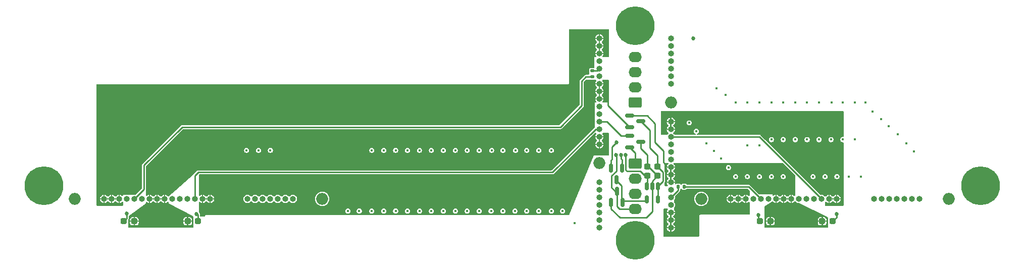
<source format=gbr>
%TF.GenerationSoftware,KiCad,Pcbnew,9.0.0*%
%TF.CreationDate,2025-06-18T14:15:24-07:00*%
%TF.ProjectId,1U Backplane,31552042-6163-46b7-906c-616e652e6b69,rev?*%
%TF.SameCoordinates,Original*%
%TF.FileFunction,Copper,L4,Bot*%
%TF.FilePolarity,Positive*%
%FSLAX46Y46*%
G04 Gerber Fmt 4.6, Leading zero omitted, Abs format (unit mm)*
G04 Created by KiCad (PCBNEW 9.0.0) date 2025-06-18 14:15:24*
%MOMM*%
%LPD*%
G01*
G04 APERTURE LIST*
G04 Aperture macros list*
%AMRoundRect*
0 Rectangle with rounded corners*
0 $1 Rounding radius*
0 $2 $3 $4 $5 $6 $7 $8 $9 X,Y pos of 4 corners*
0 Add a 4 corners polygon primitive as box body*
4,1,4,$2,$3,$4,$5,$6,$7,$8,$9,$2,$3,0*
0 Add four circle primitives for the rounded corners*
1,1,$1+$1,$2,$3*
1,1,$1+$1,$4,$5*
1,1,$1+$1,$6,$7*
1,1,$1+$1,$8,$9*
0 Add four rect primitives between the rounded corners*
20,1,$1+$1,$2,$3,$4,$5,0*
20,1,$1+$1,$4,$5,$6,$7,0*
20,1,$1+$1,$6,$7,$8,$9,0*
20,1,$1+$1,$8,$9,$2,$3,0*%
G04 Aperture macros list end*
%TA.AperFunction,ComponentPad*%
%ADD10C,6.500000*%
%TD*%
%TA.AperFunction,ComponentPad*%
%ADD11O,1.000000X1.000000*%
%TD*%
%TA.AperFunction,ComponentPad*%
%ADD12O,2.000000X2.000000*%
%TD*%
%TA.AperFunction,ComponentPad*%
%ADD13RoundRect,0.250000X-0.845000X0.620000X-0.845000X-0.620000X0.845000X-0.620000X0.845000X0.620000X0*%
%TD*%
%TA.AperFunction,ComponentPad*%
%ADD14O,2.190000X1.740000*%
%TD*%
%TA.AperFunction,ComponentPad*%
%ADD15RoundRect,0.250000X0.845000X-0.620000X0.845000X0.620000X-0.845000X0.620000X-0.845000X-0.620000X0*%
%TD*%
%TA.AperFunction,SMDPad,CuDef*%
%ADD16RoundRect,0.237500X-0.287500X-0.237500X0.287500X-0.237500X0.287500X0.237500X-0.287500X0.237500X0*%
%TD*%
%TA.AperFunction,SMDPad,CuDef*%
%ADD17RoundRect,0.237500X0.287500X0.237500X-0.287500X0.237500X-0.287500X-0.237500X0.287500X-0.237500X0*%
%TD*%
%TA.AperFunction,SMDPad,CuDef*%
%ADD18RoundRect,0.237500X-0.300000X-0.237500X0.300000X-0.237500X0.300000X0.237500X-0.300000X0.237500X0*%
%TD*%
%TA.AperFunction,SMDPad,CuDef*%
%ADD19RoundRect,0.237500X0.300000X0.237500X-0.300000X0.237500X-0.300000X-0.237500X0.300000X-0.237500X0*%
%TD*%
%TA.AperFunction,SMDPad,CuDef*%
%ADD20RoundRect,0.150000X-0.150000X0.512500X-0.150000X-0.512500X0.150000X-0.512500X0.150000X0.512500X0*%
%TD*%
%TA.AperFunction,SMDPad,CuDef*%
%ADD21RoundRect,0.150000X0.150000X-0.587500X0.150000X0.587500X-0.150000X0.587500X-0.150000X-0.587500X0*%
%TD*%
%TA.AperFunction,SMDPad,CuDef*%
%ADD22RoundRect,0.135000X0.135000X0.185000X-0.135000X0.185000X-0.135000X-0.185000X0.135000X-0.185000X0*%
%TD*%
%TA.AperFunction,SMDPad,CuDef*%
%ADD23RoundRect,0.150000X-0.587500X-0.150000X0.587500X-0.150000X0.587500X0.150000X-0.587500X0.150000X0*%
%TD*%
%TA.AperFunction,SMDPad,CuDef*%
%ADD24RoundRect,0.150000X-0.150000X0.587500X-0.150000X-0.587500X0.150000X-0.587500X0.150000X0.587500X0*%
%TD*%
%TA.AperFunction,SMDPad,CuDef*%
%ADD25RoundRect,0.135000X0.185000X-0.135000X0.185000X0.135000X-0.185000X0.135000X-0.185000X-0.135000X0*%
%TD*%
%TA.AperFunction,ViaPad*%
%ADD26C,0.685800*%
%TD*%
%TA.AperFunction,ViaPad*%
%ADD27C,0.450000*%
%TD*%
%TA.AperFunction,Conductor*%
%ADD28C,0.254000*%
%TD*%
%TA.AperFunction,Conductor*%
%ADD29C,0.203200*%
%TD*%
G04 APERTURE END LIST*
D10*
%TO.P,Pad_gge6706,1*%
%TO.N,N/C*%
X66000000Y-115750000D03*
%TD*%
D11*
%TO.P,J5,1,1*%
%TO.N,/Right Drive/GNDS*%
X159154000Y-122780000D03*
%TO.P,J5,2,2*%
%TO.N,/Right Drive/TX+*%
X159154000Y-121510000D03*
%TO.P,J5,3,3*%
%TO.N,/Right Drive/TX-*%
X159154000Y-120240000D03*
%TO.P,J5,4,4*%
%TO.N,/Right Drive/GNDS*%
X159154000Y-118970000D03*
%TO.P,J5,5,5*%
%TO.N,/Right Drive/RX-*%
X159154000Y-117700000D03*
%TO.P,J5,6,6*%
%TO.N,/Right Drive/RX+*%
X159154000Y-116430000D03*
%TO.P,J5,7,7*%
%TO.N,/Right Drive/GNDS*%
X159154000Y-115160000D03*
%TO.P,J5,8,8*%
%TO.N,/Right Drive/+3.3V*%
X159154000Y-108800000D03*
%TO.P,J5,9,9*%
X159154000Y-107530000D03*
%TO.P,J5,10,10*%
%TO.N,/Right Drive/+3.3V_PWRDIS*%
X159154000Y-106260000D03*
%TO.P,J5,11,11*%
%TO.N,/Right Drive/GNDPWR*%
X159154000Y-104990000D03*
%TO.P,J5,12,12*%
X159154000Y-103720000D03*
%TO.P,J5,13,13*%
X159154000Y-102450000D03*
%TO.P,J5,14,14*%
%TO.N,/Right Drive/+5V*%
X159154000Y-101180000D03*
%TO.P,J5,15,15*%
X159154000Y-99910000D03*
%TO.P,J5,16,16*%
X159154000Y-98640000D03*
%TO.P,J5,17,17*%
%TO.N,/Right Drive/GNDPWR*%
X159154000Y-97370000D03*
%TO.P,J5,18,18*%
%TO.N,/Right Drive/RESERVED_HOST*%
X159154000Y-96100000D03*
%TO.P,J5,19,19*%
%TO.N,/Right Drive/GNDPWR*%
X159154000Y-94830000D03*
%TO.P,J5,20,20*%
%TO.N,/Right Drive/+12V*%
X159154000Y-93560000D03*
%TO.P,J5,21,21*%
X159154000Y-92290000D03*
%TO.P,J5,22,22*%
X159154000Y-91020000D03*
D12*
%TO.P,J5,23,23*%
%TO.N,unconnected-(J5-Pad23)*%
X159154000Y-111979900D03*
%TD*%
D13*
%TO.P,J3,1,Pin_1*%
%TO.N,/Left Drive/GNDPWR*%
X165154000Y-112000000D03*
D14*
%TO.P,J3,2,Pin_2*%
%TO.N,/Left Drive/+12V*%
X165154000Y-114540000D03*
%TO.P,J3,3,Pin_3*%
%TO.N,unconnected-(J3-Pin_3-Pad3)*%
X165154000Y-117080000D03*
%TO.P,J3,4,Pin_4*%
%TO.N,/PWM*%
X165154000Y-119620000D03*
%TD*%
D15*
%TO.P,J6,1,Pin_1*%
%TO.N,/Right Drive/GNDPWR*%
X165154000Y-101800000D03*
D14*
%TO.P,J6,2,Pin_2*%
%TO.N,/Right Drive/+12V*%
X165154000Y-99260000D03*
%TO.P,J6,3,Pin_3*%
%TO.N,unconnected-(J6-Pin_3-Pad3)*%
X165154000Y-96720000D03*
%TO.P,J6,4,Pin_4*%
%TO.N,/PWM*%
X165154000Y-94180000D03*
%TD*%
D10*
%TO.P,Pad_gge8659,1*%
%TO.N,N/C*%
X165159800Y-124900000D03*
%TD*%
%TO.P,Pad_gge8716,1*%
%TO.N,N/C*%
X165159800Y-88900100D03*
%TD*%
%TO.P,Pad_gge8677,1*%
%TO.N,N/C*%
X223049700Y-115750000D03*
%TD*%
D11*
%TO.P,J2,1,1*%
%TO.N,/Left Drive/GNDS*%
X171154000Y-91020000D03*
%TO.P,J2,2,2*%
%TO.N,/Left Drive/TX+*%
X171154000Y-92290000D03*
%TO.P,J2,3,3*%
%TO.N,/Left Drive/TX-*%
X171154000Y-93560000D03*
%TO.P,J2,4,4*%
%TO.N,/Left Drive/GNDS*%
X171154000Y-94830000D03*
%TO.P,J2,5,5*%
%TO.N,/Left Drive/RX-*%
X171154000Y-96100000D03*
%TO.P,J2,6,6*%
%TO.N,/Left Drive/RX+*%
X171154000Y-97370000D03*
%TO.P,J2,7,7*%
%TO.N,/Left Drive/GNDS*%
X171154000Y-98640000D03*
%TO.P,J2,8,8*%
%TO.N,/Left Drive/+3.3V*%
X171154000Y-105000000D03*
%TO.P,J2,9,9*%
X171154000Y-106270000D03*
%TO.P,J2,10,10*%
%TO.N,/Left Drive/+3.3V_PWRDIS*%
X171154000Y-107540000D03*
%TO.P,J2,11,11*%
%TO.N,/Left Drive/GNDPWR*%
X171154000Y-108810000D03*
%TO.P,J2,12,12*%
X171154000Y-110080000D03*
%TO.P,J2,13,13*%
X171154000Y-111350000D03*
%TO.P,J2,14,14*%
%TO.N,/Left Drive/+5V*%
X171154000Y-112620000D03*
%TO.P,J2,15,15*%
X171154000Y-113890000D03*
%TO.P,J2,16,16*%
X171154000Y-115160000D03*
%TO.P,J2,17,17*%
%TO.N,/Left Drive/GNDPWR*%
X171154000Y-116430000D03*
%TO.P,J2,18,18*%
%TO.N,/Left Drive/RESERVED_HOST*%
X171154000Y-117700000D03*
%TO.P,J2,19,19*%
%TO.N,/Left Drive/GNDPWR*%
X171154000Y-118970000D03*
%TO.P,J2,20,20*%
%TO.N,/Left Drive/+12V*%
X171154000Y-120240000D03*
%TO.P,J2,21,21*%
X171154000Y-121510000D03*
%TO.P,J2,22,22*%
X171154000Y-122780000D03*
D12*
%TO.P,J2,23,23*%
%TO.N,unconnected-(J2-Pad23)*%
X171154000Y-101820100D03*
%TD*%
D16*
%TO.P,D7,1,K*%
%TO.N,Net-(D7-K)*%
X79424000Y-121700000D03*
%TO.P,D7,2,A*%
%TO.N,/Right Drive/+5V*%
X81174000Y-121700000D03*
%TD*%
D17*
%TO.P,D9,1,K*%
%TO.N,Net-(D9-K)*%
X91874000Y-121700000D03*
%TO.P,D9,2,A*%
%TO.N,/Right Drive/+5V*%
X90124000Y-121700000D03*
%TD*%
D11*
%TO.P,J4,1,1*%
%TO.N,/Right Drive/GNDS*%
X107779000Y-117950000D03*
%TO.P,J4,2,2*%
%TO.N,/Right Drive/TX+*%
X106509000Y-117950000D03*
%TO.P,J4,3,3*%
%TO.N,/Right Drive/TX-*%
X105239000Y-117950000D03*
%TO.P,J4,4,4*%
%TO.N,/Right Drive/GNDS*%
X103969000Y-117950000D03*
%TO.P,J4,5,5*%
%TO.N,/Right Drive/RX-*%
X102699000Y-117950000D03*
%TO.P,J4,6,6*%
%TO.N,/Right Drive/RX+*%
X101429000Y-117950000D03*
%TO.P,J4,7,7*%
%TO.N,/Right Drive/GNDS*%
X100159000Y-117950000D03*
%TO.P,J4,8,8*%
%TO.N,/Right Drive/+3.3V*%
X93899200Y-117950000D03*
%TO.P,J4,9,9*%
X92629200Y-117950000D03*
%TO.P,J4,10,10*%
%TO.N,/Right Drive/+3.3V_PWRDIS*%
X91359200Y-117950000D03*
%TO.P,J4,11,11*%
%TO.N,/Right Drive/GNDPWR*%
X90089200Y-117950000D03*
%TO.P,J4,12,12*%
X88819200Y-117950000D03*
%TO.P,J4,13,13*%
X87549200Y-117950000D03*
%TO.P,J4,14,14*%
%TO.N,/Right Drive/+5V*%
X86279200Y-117950000D03*
%TO.P,J4,15,15*%
X85009200Y-117950000D03*
%TO.P,J4,16,16*%
X83739200Y-117950000D03*
%TO.P,J4,17,17*%
%TO.N,/Right Drive/GNDPWR*%
X82469200Y-117950000D03*
%TO.P,J4,18,18*%
%TO.N,/Right Drive/RESERVED_DRIVE*%
X81199200Y-117950000D03*
%TO.P,J4,19,19*%
%TO.N,/Right Drive/GNDPWR*%
X79929200Y-117950000D03*
%TO.P,J4,20,20*%
%TO.N,/Right Drive/+12V*%
X78659200Y-117950000D03*
%TO.P,J4,21,21*%
X77389200Y-117950000D03*
%TO.P,J4,22,22*%
X76119200Y-117950000D03*
D12*
%TO.P,J4,23,23*%
%TO.N,unconnected-(J4-Pad23)*%
X112699000Y-117950000D03*
%TO.P,J4,24,24*%
%TO.N,unconnected-(J4-Pad24)*%
X71199200Y-117950000D03*
%TD*%
D18*
%TO.P,C2,1*%
%TO.N,Net-(U1-T{slash}T)*%
X167186500Y-114100000D03*
%TO.P,C2,2*%
%TO.N,/GNDPWR*%
X168911500Y-114100000D03*
%TD*%
D19*
%TO.P,C1,1*%
%TO.N,/+5V*%
X168886500Y-112562500D03*
%TO.P,C1,2*%
%TO.N,/GNDPWR*%
X167161500Y-112562500D03*
%TD*%
D20*
%TO.P,U1,1,T/T*%
%TO.N,Net-(U1-T{slash}T)*%
X167099000Y-115800000D03*
%TO.P,U1,2,GND*%
%TO.N,/GNDPWR*%
X168049000Y-115800000D03*
%TO.P,U1,3,CS*%
%TO.N,/+5V*%
X168999000Y-115800000D03*
%TO.P,U1,4,VS*%
X168999000Y-118075000D03*
%TO.P,U1,5,OUT*%
%TO.N,Net-(D1-A)*%
X167099000Y-118075000D03*
%TD*%
D21*
%TO.P,Q1,1,G*%
%TO.N,Net-(D1-A)*%
X163049000Y-118575000D03*
%TO.P,Q1,2,S*%
%TO.N,/GNDPWR*%
X161149000Y-118575000D03*
%TO.P,Q1,3,D*%
%TO.N,/PWM*%
X162099000Y-116700000D03*
%TD*%
D16*
%TO.P,D4,1,K*%
%TO.N,Net-(D4-K)*%
X186074000Y-121700000D03*
%TO.P,D4,2,A*%
%TO.N,/Left Drive/+5V*%
X187824000Y-121700000D03*
%TD*%
D11*
%TO.P,J1,1,1*%
%TO.N,/Left Drive/GNDS*%
X212829000Y-117950000D03*
%TO.P,J1,2,2*%
%TO.N,/Left Drive/TX+*%
X211559000Y-117950000D03*
%TO.P,J1,3,3*%
%TO.N,/Left Drive/TX-*%
X210289000Y-117950000D03*
%TO.P,J1,4,4*%
%TO.N,/Left Drive/GNDS*%
X209019000Y-117950000D03*
%TO.P,J1,5,5*%
%TO.N,/Left Drive/RX-*%
X207749000Y-117950000D03*
%TO.P,J1,6,6*%
%TO.N,/Left Drive/RX+*%
X206479000Y-117950000D03*
%TO.P,J1,7,7*%
%TO.N,/Left Drive/GNDS*%
X205209000Y-117950000D03*
%TO.P,J1,8,8*%
%TO.N,/Left Drive/+3.3V*%
X198949200Y-117950000D03*
%TO.P,J1,9,9*%
X197679200Y-117950000D03*
%TO.P,J1,10,10*%
%TO.N,/Left Drive/+3.3V_PWRDIS*%
X196409200Y-117950000D03*
%TO.P,J1,11,11*%
%TO.N,/Left Drive/GNDPWR*%
X195139200Y-117950000D03*
%TO.P,J1,12,12*%
X193869200Y-117950000D03*
%TO.P,J1,13,13*%
X192599200Y-117950000D03*
%TO.P,J1,14,14*%
%TO.N,/Left Drive/+5V*%
X191329200Y-117950000D03*
%TO.P,J1,15,15*%
X190059200Y-117950000D03*
%TO.P,J1,16,16*%
X188789200Y-117950000D03*
%TO.P,J1,17,17*%
%TO.N,/Left Drive/GNDPWR*%
X187519200Y-117950000D03*
%TO.P,J1,18,18*%
%TO.N,/Left Drive/RESERVED_DRIVE*%
X186249200Y-117950000D03*
%TO.P,J1,19,19*%
%TO.N,/Left Drive/GNDPWR*%
X184979200Y-117950000D03*
%TO.P,J1,20,20*%
%TO.N,/Left Drive/+12V*%
X183709200Y-117950000D03*
%TO.P,J1,21,21*%
X182439200Y-117950000D03*
%TO.P,J1,22,22*%
X181169200Y-117950000D03*
D12*
%TO.P,J1,23,23*%
%TO.N,unconnected-(J1-Pad23)*%
X217749000Y-117950000D03*
%TO.P,J1,24,24*%
%TO.N,unconnected-(J1-Pad24)*%
X176249200Y-117950000D03*
%TD*%
D22*
%TO.P,R3,1*%
%TO.N,/Left Drive/RESERVED_DRIVE*%
X173369000Y-115900000D03*
%TO.P,R3,2*%
%TO.N,/Left Drive/RESERVED_HOST*%
X172349000Y-115900000D03*
%TD*%
D23*
%TO.P,D2,1,A*%
%TO.N,/Right Drive/+5V*%
X164199000Y-105900000D03*
%TO.P,D2,2,A*%
%TO.N,/Left Drive/+5V*%
X164199000Y-104000000D03*
%TO.P,D2,3,K*%
%TO.N,/+5V*%
X166074000Y-104950000D03*
%TD*%
D24*
%TO.P,D1,1,K*%
%TO.N,Net-(D1-K-Pad1)*%
X161099000Y-112825000D03*
%TO.P,D1,2,K*%
%TO.N,Net-(D1-K-Pad2)*%
X162999000Y-112825000D03*
%TO.P,D1,3,A*%
%TO.N,Net-(D1-A)*%
X162049000Y-114700000D03*
%TD*%
D23*
%TO.P,D3,1,K*%
%TO.N,/Left Drive/GNDPWR*%
X164199000Y-109300000D03*
%TO.P,D3,2,K*%
%TO.N,/Right Drive/GNDPWR*%
X164199000Y-107400000D03*
%TO.P,D3,3,A*%
%TO.N,/GNDPWR*%
X166074000Y-108350000D03*
%TD*%
D17*
%TO.P,D6,1,K*%
%TO.N,Net-(D6-K)*%
X198274000Y-121700000D03*
%TO.P,D6,2,A*%
%TO.N,/Left Drive/+5V*%
X196524000Y-121700000D03*
%TD*%
D25*
%TO.P,R7,1*%
%TO.N,/Right Drive/RESERVED_DRIVE*%
X157949000Y-97495000D03*
%TO.P,R7,2*%
%TO.N,/Right Drive/RESERVED_HOST*%
X157949000Y-96475000D03*
%TD*%
D26*
%TO.N,Net-(U1-T{slash}T)*%
X163599000Y-110600000D03*
%TO.N,Net-(D1-K-Pad2)*%
X162786197Y-110600000D03*
%TO.N,Net-(D1-K-Pad1)*%
X161999000Y-108500000D03*
D27*
%TO.N,/Left Drive/GNDS*%
X209199000Y-107100000D03*
X174199000Y-105200000D03*
X202999000Y-114200000D03*
X199999000Y-101800000D03*
X185999000Y-109000000D03*
X177099000Y-108600000D03*
X211899000Y-110000000D03*
X197999000Y-108000000D03*
X183999000Y-114200000D03*
X200999000Y-114200000D03*
X199999000Y-108000000D03*
X183999000Y-101800000D03*
X179599000Y-111200000D03*
X206399000Y-104600000D03*
X180299000Y-100500000D03*
X181999000Y-101800000D03*
X185999000Y-114200000D03*
X189999000Y-101800000D03*
X187999000Y-114200000D03*
X178799000Y-99400000D03*
X178399000Y-109900000D03*
X195999000Y-108000000D03*
X204999000Y-103300000D03*
X196999000Y-114200000D03*
X194999000Y-114200000D03*
X198099000Y-101800000D03*
X180799000Y-112700000D03*
X189999000Y-114200000D03*
X193999000Y-101800000D03*
X185999000Y-101800000D03*
X187999000Y-101800000D03*
X181999000Y-114200000D03*
X198999000Y-114200000D03*
X187999000Y-108000000D03*
D26*
X174899000Y-91000000D03*
D27*
X195999000Y-101800000D03*
X201999000Y-108000000D03*
X193999000Y-108000000D03*
X191999000Y-101800000D03*
X189999000Y-108000000D03*
X203799000Y-101800000D03*
X201999000Y-101800000D03*
X210599000Y-108600000D03*
X191999000Y-108000000D03*
X183999000Y-109000000D03*
X207699000Y-105800000D03*
X175399000Y-106600000D03*
%TO.N,/Right Drive/GNDS*%
X99999000Y-109800000D03*
X144999000Y-120000000D03*
X134999000Y-120000000D03*
X138999000Y-109800000D03*
X126999000Y-109800000D03*
X132999000Y-109800000D03*
X138999000Y-120000000D03*
X146999000Y-109800000D03*
X101999000Y-109800000D03*
X151099000Y-109800000D03*
X120999000Y-109800000D03*
X136999000Y-109800000D03*
X124999000Y-120000000D03*
X132999000Y-120000000D03*
X116999000Y-120000000D03*
X142999000Y-109800000D03*
X148999000Y-120000000D03*
X142999000Y-120000000D03*
X122999000Y-109800000D03*
X118899000Y-120000000D03*
X103999000Y-109800000D03*
X141099000Y-109800000D03*
X154999000Y-122000000D03*
X128999000Y-109800000D03*
X134999000Y-109800000D03*
X128999000Y-120000000D03*
X148999000Y-109800000D03*
X151099000Y-120000000D03*
X130999000Y-120000000D03*
X136999000Y-120000000D03*
X140999000Y-120000000D03*
X130999000Y-109800000D03*
X145099000Y-109800000D03*
X152999000Y-120000000D03*
X126999000Y-120000000D03*
X146999000Y-120000000D03*
X120999000Y-120000000D03*
X124999000Y-109800000D03*
X122999000Y-120000000D03*
D26*
%TO.N,Net-(D6-K)*%
X198924000Y-120500000D03*
%TO.N,Net-(D4-K)*%
X185824000Y-120657400D03*
%TO.N,Net-(D7-K)*%
X79899000Y-120432400D03*
%TO.N,Net-(D9-K)*%
X91599000Y-120500000D03*
%TO.N,/PWM*%
X161973394Y-110600000D03*
%TD*%
D28*
%TO.N,Net-(U1-T{slash}T)*%
X165999000Y-113300000D02*
X166799000Y-114100000D01*
X166799000Y-114100000D02*
X167186500Y-114100000D01*
X163599000Y-110600000D02*
X163599000Y-113100000D01*
X167186500Y-115712500D02*
X167099000Y-115800000D01*
X163599000Y-113100000D02*
X163799000Y-113300000D01*
X167186500Y-114100000D02*
X167186500Y-115712500D01*
X163799000Y-113300000D02*
X165999000Y-113300000D01*
%TO.N,Net-(D1-K-Pad2)*%
X162786197Y-110600000D02*
X162786197Y-111187197D01*
X162999000Y-111400000D02*
X162999000Y-112825000D01*
X162786197Y-111187197D02*
X162999000Y-111400000D01*
%TO.N,Net-(D1-K-Pad1)*%
X161299000Y-111300000D02*
X161299000Y-109200000D01*
X161099000Y-111500000D02*
X161099000Y-112825000D01*
X161099000Y-111500000D02*
X161299000Y-111300000D01*
X161999000Y-108500000D02*
X161899000Y-108500000D01*
X161299000Y-109200000D02*
X161999000Y-108500000D01*
%TO.N,/Left Drive/+3.3V_PWRDIS*%
X185999200Y-107540000D02*
X171154000Y-107540000D01*
X196409200Y-117950000D02*
X185999200Y-107540000D01*
%TO.N,/+5V*%
X169799000Y-113475000D02*
X169799000Y-115000000D01*
X166074000Y-104950000D02*
X167599000Y-106475000D01*
X167599000Y-106475000D02*
X167599000Y-109400000D01*
X168886500Y-110687500D02*
X168886500Y-112562500D01*
X169799000Y-115000000D02*
X168999000Y-115800000D01*
X167599000Y-109400000D02*
X168886500Y-110687500D01*
X168999000Y-115800000D02*
X168999000Y-118075000D01*
X168886500Y-112562500D02*
X169799000Y-113475000D01*
%TO.N,/Right Drive/+3.3V_PWRDIS*%
X158539000Y-106260000D02*
X159154000Y-106260000D01*
X91359200Y-117950000D02*
X91359200Y-114039800D01*
X151299000Y-113500000D02*
X158539000Y-106260000D01*
X91899000Y-113500000D02*
X151299000Y-113500000D01*
X91359200Y-114039800D02*
X91899000Y-113500000D01*
%TO.N,/Left Drive/RESERVED_DRIVE*%
X184199200Y-115900000D02*
X173369000Y-115900000D01*
X186249200Y-117950000D02*
X184199200Y-115900000D01*
%TO.N,Net-(D6-K)*%
X198924000Y-121050000D02*
X198274000Y-121700000D01*
X198924000Y-120500000D02*
X198924000Y-121050000D01*
%TO.N,Net-(D4-K)*%
X185824000Y-120657400D02*
X185824000Y-121450000D01*
X185824000Y-121450000D02*
X186074000Y-121700000D01*
%TO.N,Net-(D7-K)*%
X79899000Y-120432400D02*
X79899000Y-121225000D01*
D29*
X79599000Y-121525000D02*
X79424000Y-121700000D01*
D28*
X79899000Y-121225000D02*
X79424000Y-121700000D01*
%TO.N,/Right Drive/RESERVED_DRIVE*%
X156904000Y-97495000D02*
X157949000Y-97495000D01*
X152599000Y-105900000D02*
X89219000Y-105900000D01*
X156199000Y-98200000D02*
X156904000Y-97495000D01*
X82799000Y-116350200D02*
X81199200Y-117950000D01*
X89219000Y-105900000D02*
X82799000Y-112320000D01*
X82799000Y-112320000D02*
X82799000Y-116350200D01*
X156199000Y-98200000D02*
X156199000Y-102300000D01*
X156199000Y-102300000D02*
X152599000Y-105900000D01*
%TO.N,/GNDPWR*%
X168049000Y-120050000D02*
X166999000Y-121100000D01*
X168049000Y-115800000D02*
X168049000Y-120050000D01*
X168049000Y-114962500D02*
X168911500Y-114100000D01*
X167161500Y-112562500D02*
X167374000Y-112562500D01*
X168049000Y-115800000D02*
X168049000Y-114962500D01*
X167374000Y-112562500D02*
X168911500Y-114100000D01*
X162599000Y-121100000D02*
X161149000Y-119650000D01*
X166999000Y-121100000D02*
X162599000Y-121100000D01*
X166074000Y-109475000D02*
X167161500Y-110562500D01*
X167161500Y-110562500D02*
X167161500Y-112562500D01*
X161149000Y-119650000D02*
X161149000Y-118575000D01*
X166074000Y-108350000D02*
X166074000Y-109475000D01*
%TO.N,/Left Drive/GNDPWR*%
X164199000Y-109300000D02*
X165154000Y-110255000D01*
X165154000Y-112000000D02*
X164199000Y-112000000D01*
X165154000Y-110255000D02*
X165154000Y-112000000D01*
%TO.N,/Right Drive/GNDPWR*%
X160389000Y-104990000D02*
X159154000Y-104990000D01*
X162799000Y-107400000D02*
X160389000Y-104990000D01*
X164199000Y-107400000D02*
X162799000Y-107400000D01*
%TO.N,Net-(D9-K)*%
X91874000Y-120575000D02*
X91874000Y-121700000D01*
X91599000Y-120500000D02*
X91799000Y-120500000D01*
X91799000Y-120500000D02*
X91874000Y-120575000D01*
%TO.N,/Left Drive/RESERVED_HOST*%
X172349000Y-115900000D02*
X172349000Y-116505000D01*
X172349000Y-116505000D02*
X171154000Y-117700000D01*
%TO.N,/Right Drive/RESERVED_HOST*%
X157949000Y-96475000D02*
X158779000Y-96475000D01*
X158779000Y-96475000D02*
X159154000Y-96100000D01*
%TO.N,Net-(D1-A)*%
X163999000Y-118300000D02*
X163148999Y-118300001D01*
X167099000Y-118075000D02*
X166874000Y-118300000D01*
X163148999Y-118300001D02*
X162849000Y-118600000D01*
X162924000Y-115725000D02*
X161899000Y-114700000D01*
X162924000Y-118525000D02*
X162924000Y-115725000D01*
X166874000Y-118300000D02*
X163999000Y-118300000D01*
X162849000Y-118600000D02*
X162924000Y-118525000D01*
%TO.N,/PWM*%
X161199000Y-114100000D02*
X161199000Y-116025000D01*
X161999000Y-110625606D02*
X161999000Y-113300000D01*
X161999000Y-113300000D02*
X161199000Y-114100000D01*
X165154000Y-119620000D02*
X162519000Y-119620000D01*
X162099000Y-119200000D02*
X162099000Y-116700000D01*
X161973394Y-110600000D02*
X161999000Y-110625606D01*
X161199000Y-116025000D02*
X161899000Y-116725000D01*
X162519000Y-119620000D02*
X162099000Y-119200000D01*
%TO.N,/Right Drive/+5V*%
X164199000Y-105900000D02*
X160599000Y-102300000D01*
X160599000Y-101700000D02*
X160499000Y-101600000D01*
X160599000Y-102300000D02*
X160599000Y-101700000D01*
%TO.N,/Left Drive/+5V*%
X164199000Y-104000000D02*
X167199000Y-104000000D01*
X169899000Y-111800000D02*
X170099000Y-112000000D01*
X170099000Y-112000000D02*
X170199000Y-112000000D01*
X167199000Y-104000000D02*
X168499000Y-105300000D01*
X169899000Y-109900000D02*
X169899000Y-111800000D01*
X168499000Y-108500000D02*
X169899000Y-109900000D01*
X168499000Y-105300000D02*
X168499000Y-108500000D01*
%TD*%
%TA.AperFunction,Conductor*%
%TO.N,/Right Drive/+3.3V*%
G36*
X158606251Y-106919194D02*
G01*
X158642760Y-106969444D01*
X158642760Y-107031556D01*
X158618243Y-107071564D01*
X158607945Y-107081861D01*
X158607943Y-107081863D01*
X158531011Y-107196999D01*
X158531010Y-107197001D01*
X158478014Y-107324945D01*
X158457416Y-107428500D01*
X158792968Y-107428500D01*
X158779000Y-107480630D01*
X158779000Y-107579370D01*
X158792968Y-107631500D01*
X158457417Y-107631500D01*
X158478014Y-107735054D01*
X158531010Y-107862998D01*
X158531011Y-107863000D01*
X158607943Y-107978136D01*
X158705861Y-108076054D01*
X158705866Y-108076058D01*
X158713917Y-108081438D01*
X158752370Y-108130217D01*
X158754807Y-108192281D01*
X158720299Y-108243925D01*
X158713917Y-108248562D01*
X158705866Y-108253941D01*
X158705861Y-108253945D01*
X158607943Y-108351863D01*
X158531011Y-108466999D01*
X158531010Y-108467001D01*
X158478014Y-108594945D01*
X158457416Y-108698500D01*
X158792968Y-108698500D01*
X158779000Y-108750630D01*
X158779000Y-108849370D01*
X158792968Y-108901500D01*
X158457417Y-108901500D01*
X158478014Y-109005054D01*
X158531010Y-109132998D01*
X158531011Y-109133000D01*
X158607943Y-109248136D01*
X158705863Y-109346056D01*
X158820999Y-109422988D01*
X158821001Y-109422989D01*
X158948945Y-109475985D01*
X159052500Y-109496583D01*
X159052500Y-109161031D01*
X159104630Y-109175000D01*
X159203370Y-109175000D01*
X159255500Y-109161031D01*
X159255500Y-109496582D01*
X159359054Y-109475985D01*
X159486998Y-109422989D01*
X159487000Y-109422988D01*
X159602136Y-109346056D01*
X159700056Y-109248136D01*
X159776988Y-109133000D01*
X159776989Y-109132998D01*
X159829985Y-109005054D01*
X159850583Y-108901500D01*
X159515032Y-108901500D01*
X159529000Y-108849370D01*
X159529000Y-108750630D01*
X159515032Y-108698500D01*
X159850583Y-108698500D01*
X159829985Y-108594945D01*
X159776989Y-108467001D01*
X159776988Y-108466999D01*
X159700056Y-108351863D01*
X159602135Y-108253942D01*
X159594085Y-108248564D01*
X159555631Y-108199787D01*
X159553191Y-108137722D01*
X159587697Y-108086077D01*
X159594085Y-108081436D01*
X159602135Y-108076057D01*
X159700056Y-107978136D01*
X159776988Y-107863000D01*
X159776989Y-107862998D01*
X159829985Y-107735054D01*
X159850583Y-107631500D01*
X159515032Y-107631500D01*
X159529000Y-107579370D01*
X159529000Y-107480630D01*
X159515032Y-107428500D01*
X159850583Y-107428500D01*
X159829985Y-107324945D01*
X159776989Y-107197001D01*
X159776988Y-107196999D01*
X159700056Y-107081863D01*
X159689757Y-107071564D01*
X159661558Y-107016222D01*
X159671275Y-106954874D01*
X159715195Y-106910954D01*
X159760821Y-106900000D01*
X160698500Y-106900000D01*
X160757572Y-106919194D01*
X160794081Y-106969444D01*
X160799000Y-107000500D01*
X160799000Y-110599500D01*
X160779806Y-110658572D01*
X160729556Y-110695081D01*
X160698500Y-110700000D01*
X158199000Y-110700000D01*
X154107184Y-120637265D01*
X154066944Y-120684580D01*
X154014254Y-120699500D01*
X93159118Y-120699500D01*
X93085425Y-120730024D01*
X93029024Y-120786425D01*
X93007678Y-120837960D01*
X92967339Y-120885191D01*
X92914828Y-120900000D01*
X92305000Y-120900000D01*
X92245928Y-120880806D01*
X92209419Y-120830556D01*
X92204500Y-120799500D01*
X92204500Y-120531492D01*
X92204500Y-120531489D01*
X92181977Y-120447432D01*
X92138466Y-120372068D01*
X92138465Y-120372067D01*
X92138235Y-120371768D01*
X92137901Y-120371091D01*
X92135172Y-120366364D01*
X92135481Y-120366185D01*
X92120890Y-120336595D01*
X92113574Y-120309289D01*
X92108164Y-120289097D01*
X92036229Y-120164502D01*
X92028436Y-120156709D01*
X92024754Y-120149483D01*
X92018194Y-120144717D01*
X92010922Y-120122337D01*
X92000237Y-120101367D01*
X91999000Y-120085645D01*
X91999000Y-119943587D01*
X116570500Y-119943587D01*
X116570500Y-120056412D01*
X116597373Y-120156709D01*
X116599701Y-120165395D01*
X116656114Y-120263105D01*
X116735895Y-120342886D01*
X116833605Y-120399299D01*
X116942587Y-120428500D01*
X116942592Y-120428500D01*
X117055408Y-120428500D01*
X117055413Y-120428500D01*
X117164395Y-120399299D01*
X117262105Y-120342886D01*
X117341886Y-120263105D01*
X117398299Y-120165395D01*
X117427500Y-120056413D01*
X117427500Y-119943587D01*
X118470500Y-119943587D01*
X118470500Y-120056412D01*
X118497373Y-120156709D01*
X118499701Y-120165395D01*
X118556114Y-120263105D01*
X118635895Y-120342886D01*
X118733605Y-120399299D01*
X118842587Y-120428500D01*
X118842592Y-120428500D01*
X118955408Y-120428500D01*
X118955413Y-120428500D01*
X119064395Y-120399299D01*
X119162105Y-120342886D01*
X119241886Y-120263105D01*
X119298299Y-120165395D01*
X119327500Y-120056413D01*
X119327500Y-119943587D01*
X120570500Y-119943587D01*
X120570500Y-120056412D01*
X120597373Y-120156709D01*
X120599701Y-120165395D01*
X120656114Y-120263105D01*
X120735895Y-120342886D01*
X120833605Y-120399299D01*
X120942587Y-120428500D01*
X120942592Y-120428500D01*
X121055408Y-120428500D01*
X121055413Y-120428500D01*
X121164395Y-120399299D01*
X121262105Y-120342886D01*
X121341886Y-120263105D01*
X121398299Y-120165395D01*
X121427500Y-120056413D01*
X121427500Y-119943587D01*
X122570500Y-119943587D01*
X122570500Y-120056412D01*
X122597373Y-120156709D01*
X122599701Y-120165395D01*
X122656114Y-120263105D01*
X122735895Y-120342886D01*
X122833605Y-120399299D01*
X122942587Y-120428500D01*
X122942592Y-120428500D01*
X123055408Y-120428500D01*
X123055413Y-120428500D01*
X123164395Y-120399299D01*
X123262105Y-120342886D01*
X123341886Y-120263105D01*
X123398299Y-120165395D01*
X123427500Y-120056413D01*
X123427500Y-119943587D01*
X124570500Y-119943587D01*
X124570500Y-120056412D01*
X124597373Y-120156709D01*
X124599701Y-120165395D01*
X124656114Y-120263105D01*
X124735895Y-120342886D01*
X124833605Y-120399299D01*
X124942587Y-120428500D01*
X124942592Y-120428500D01*
X125055408Y-120428500D01*
X125055413Y-120428500D01*
X125164395Y-120399299D01*
X125262105Y-120342886D01*
X125341886Y-120263105D01*
X125398299Y-120165395D01*
X125427500Y-120056413D01*
X125427500Y-119943587D01*
X126570500Y-119943587D01*
X126570500Y-120056412D01*
X126597373Y-120156709D01*
X126599701Y-120165395D01*
X126656114Y-120263105D01*
X126735895Y-120342886D01*
X126833605Y-120399299D01*
X126942587Y-120428500D01*
X126942592Y-120428500D01*
X127055408Y-120428500D01*
X127055413Y-120428500D01*
X127164395Y-120399299D01*
X127262105Y-120342886D01*
X127341886Y-120263105D01*
X127398299Y-120165395D01*
X127427500Y-120056413D01*
X127427500Y-119943587D01*
X128570500Y-119943587D01*
X128570500Y-120056412D01*
X128597373Y-120156709D01*
X128599701Y-120165395D01*
X128656114Y-120263105D01*
X128735895Y-120342886D01*
X128833605Y-120399299D01*
X128942587Y-120428500D01*
X128942592Y-120428500D01*
X129055408Y-120428500D01*
X129055413Y-120428500D01*
X129164395Y-120399299D01*
X129262105Y-120342886D01*
X129341886Y-120263105D01*
X129398299Y-120165395D01*
X129427500Y-120056413D01*
X129427500Y-119943587D01*
X130570500Y-119943587D01*
X130570500Y-120056412D01*
X130597373Y-120156709D01*
X130599701Y-120165395D01*
X130656114Y-120263105D01*
X130735895Y-120342886D01*
X130833605Y-120399299D01*
X130942587Y-120428500D01*
X130942592Y-120428500D01*
X131055408Y-120428500D01*
X131055413Y-120428500D01*
X131164395Y-120399299D01*
X131262105Y-120342886D01*
X131341886Y-120263105D01*
X131398299Y-120165395D01*
X131427500Y-120056413D01*
X131427500Y-119943587D01*
X132570500Y-119943587D01*
X132570500Y-120056412D01*
X132597373Y-120156709D01*
X132599701Y-120165395D01*
X132656114Y-120263105D01*
X132735895Y-120342886D01*
X132833605Y-120399299D01*
X132942587Y-120428500D01*
X132942592Y-120428500D01*
X133055408Y-120428500D01*
X133055413Y-120428500D01*
X133164395Y-120399299D01*
X133262105Y-120342886D01*
X133341886Y-120263105D01*
X133398299Y-120165395D01*
X133427500Y-120056413D01*
X133427500Y-119943587D01*
X134570500Y-119943587D01*
X134570500Y-120056412D01*
X134597373Y-120156709D01*
X134599701Y-120165395D01*
X134656114Y-120263105D01*
X134735895Y-120342886D01*
X134833605Y-120399299D01*
X134942587Y-120428500D01*
X134942592Y-120428500D01*
X135055408Y-120428500D01*
X135055413Y-120428500D01*
X135164395Y-120399299D01*
X135262105Y-120342886D01*
X135341886Y-120263105D01*
X135398299Y-120165395D01*
X135427500Y-120056413D01*
X135427500Y-119943587D01*
X136570500Y-119943587D01*
X136570500Y-120056412D01*
X136597373Y-120156709D01*
X136599701Y-120165395D01*
X136656114Y-120263105D01*
X136735895Y-120342886D01*
X136833605Y-120399299D01*
X136942587Y-120428500D01*
X136942592Y-120428500D01*
X137055408Y-120428500D01*
X137055413Y-120428500D01*
X137164395Y-120399299D01*
X137262105Y-120342886D01*
X137341886Y-120263105D01*
X137398299Y-120165395D01*
X137427500Y-120056413D01*
X137427500Y-119943587D01*
X138570500Y-119943587D01*
X138570500Y-120056412D01*
X138597373Y-120156709D01*
X138599701Y-120165395D01*
X138656114Y-120263105D01*
X138735895Y-120342886D01*
X138833605Y-120399299D01*
X138942587Y-120428500D01*
X138942592Y-120428500D01*
X139055408Y-120428500D01*
X139055413Y-120428500D01*
X139164395Y-120399299D01*
X139262105Y-120342886D01*
X139341886Y-120263105D01*
X139398299Y-120165395D01*
X139427500Y-120056413D01*
X139427500Y-119943587D01*
X140570500Y-119943587D01*
X140570500Y-120056412D01*
X140597373Y-120156709D01*
X140599701Y-120165395D01*
X140656114Y-120263105D01*
X140735895Y-120342886D01*
X140833605Y-120399299D01*
X140942587Y-120428500D01*
X140942592Y-120428500D01*
X141055408Y-120428500D01*
X141055413Y-120428500D01*
X141164395Y-120399299D01*
X141262105Y-120342886D01*
X141341886Y-120263105D01*
X141398299Y-120165395D01*
X141427500Y-120056413D01*
X141427500Y-119943587D01*
X142570500Y-119943587D01*
X142570500Y-120056412D01*
X142597373Y-120156709D01*
X142599701Y-120165395D01*
X142656114Y-120263105D01*
X142735895Y-120342886D01*
X142833605Y-120399299D01*
X142942587Y-120428500D01*
X142942592Y-120428500D01*
X143055408Y-120428500D01*
X143055413Y-120428500D01*
X143164395Y-120399299D01*
X143262105Y-120342886D01*
X143341886Y-120263105D01*
X143398299Y-120165395D01*
X143427500Y-120056413D01*
X143427500Y-119943587D01*
X144570500Y-119943587D01*
X144570500Y-120056412D01*
X144597373Y-120156709D01*
X144599701Y-120165395D01*
X144656114Y-120263105D01*
X144735895Y-120342886D01*
X144833605Y-120399299D01*
X144942587Y-120428500D01*
X144942592Y-120428500D01*
X145055408Y-120428500D01*
X145055413Y-120428500D01*
X145164395Y-120399299D01*
X145262105Y-120342886D01*
X145341886Y-120263105D01*
X145398299Y-120165395D01*
X145427500Y-120056413D01*
X145427500Y-119943587D01*
X146570500Y-119943587D01*
X146570500Y-120056412D01*
X146597373Y-120156709D01*
X146599701Y-120165395D01*
X146656114Y-120263105D01*
X146735895Y-120342886D01*
X146833605Y-120399299D01*
X146942587Y-120428500D01*
X146942592Y-120428500D01*
X147055408Y-120428500D01*
X147055413Y-120428500D01*
X147164395Y-120399299D01*
X147262105Y-120342886D01*
X147341886Y-120263105D01*
X147398299Y-120165395D01*
X147427500Y-120056413D01*
X147427500Y-119943587D01*
X148570500Y-119943587D01*
X148570500Y-120056412D01*
X148597373Y-120156709D01*
X148599701Y-120165395D01*
X148656114Y-120263105D01*
X148735895Y-120342886D01*
X148833605Y-120399299D01*
X148942587Y-120428500D01*
X148942592Y-120428500D01*
X149055408Y-120428500D01*
X149055413Y-120428500D01*
X149164395Y-120399299D01*
X149262105Y-120342886D01*
X149341886Y-120263105D01*
X149398299Y-120165395D01*
X149427500Y-120056413D01*
X149427500Y-119943587D01*
X150670500Y-119943587D01*
X150670500Y-120056412D01*
X150697373Y-120156709D01*
X150699701Y-120165395D01*
X150756114Y-120263105D01*
X150835895Y-120342886D01*
X150933605Y-120399299D01*
X151042587Y-120428500D01*
X151042592Y-120428500D01*
X151155408Y-120428500D01*
X151155413Y-120428500D01*
X151264395Y-120399299D01*
X151362105Y-120342886D01*
X151441886Y-120263105D01*
X151498299Y-120165395D01*
X151527500Y-120056413D01*
X151527500Y-119943587D01*
X152570500Y-119943587D01*
X152570500Y-120056412D01*
X152597373Y-120156709D01*
X152599701Y-120165395D01*
X152656114Y-120263105D01*
X152735895Y-120342886D01*
X152833605Y-120399299D01*
X152942587Y-120428500D01*
X152942592Y-120428500D01*
X153055408Y-120428500D01*
X153055413Y-120428500D01*
X153164395Y-120399299D01*
X153262105Y-120342886D01*
X153341886Y-120263105D01*
X153398299Y-120165395D01*
X153427500Y-120056413D01*
X153427500Y-119943587D01*
X153398299Y-119834605D01*
X153341886Y-119736895D01*
X153262105Y-119657114D01*
X153164395Y-119600701D01*
X153164392Y-119600700D01*
X153118328Y-119588357D01*
X153055413Y-119571500D01*
X152942587Y-119571500D01*
X152833607Y-119600700D01*
X152735897Y-119657112D01*
X152735892Y-119657116D01*
X152656116Y-119736892D01*
X152656112Y-119736897D01*
X152599700Y-119834607D01*
X152570500Y-119943587D01*
X151527500Y-119943587D01*
X151498299Y-119834605D01*
X151441886Y-119736895D01*
X151362105Y-119657114D01*
X151264395Y-119600701D01*
X151264392Y-119600700D01*
X151218328Y-119588357D01*
X151155413Y-119571500D01*
X151042587Y-119571500D01*
X150933607Y-119600700D01*
X150835897Y-119657112D01*
X150835892Y-119657116D01*
X150756116Y-119736892D01*
X150756112Y-119736897D01*
X150699700Y-119834607D01*
X150670500Y-119943587D01*
X149427500Y-119943587D01*
X149398299Y-119834605D01*
X149341886Y-119736895D01*
X149262105Y-119657114D01*
X149164395Y-119600701D01*
X149164392Y-119600700D01*
X149118328Y-119588357D01*
X149055413Y-119571500D01*
X148942587Y-119571500D01*
X148833607Y-119600700D01*
X148735897Y-119657112D01*
X148735892Y-119657116D01*
X148656116Y-119736892D01*
X148656112Y-119736897D01*
X148599700Y-119834607D01*
X148570500Y-119943587D01*
X147427500Y-119943587D01*
X147398299Y-119834605D01*
X147341886Y-119736895D01*
X147262105Y-119657114D01*
X147164395Y-119600701D01*
X147164392Y-119600700D01*
X147118328Y-119588357D01*
X147055413Y-119571500D01*
X146942587Y-119571500D01*
X146833607Y-119600700D01*
X146735897Y-119657112D01*
X146735892Y-119657116D01*
X146656116Y-119736892D01*
X146656112Y-119736897D01*
X146599700Y-119834607D01*
X146570500Y-119943587D01*
X145427500Y-119943587D01*
X145398299Y-119834605D01*
X145341886Y-119736895D01*
X145262105Y-119657114D01*
X145164395Y-119600701D01*
X145164392Y-119600700D01*
X145118328Y-119588357D01*
X145055413Y-119571500D01*
X144942587Y-119571500D01*
X144833607Y-119600700D01*
X144735897Y-119657112D01*
X144735892Y-119657116D01*
X144656116Y-119736892D01*
X144656112Y-119736897D01*
X144599700Y-119834607D01*
X144570500Y-119943587D01*
X143427500Y-119943587D01*
X143398299Y-119834605D01*
X143341886Y-119736895D01*
X143262105Y-119657114D01*
X143164395Y-119600701D01*
X143164392Y-119600700D01*
X143118328Y-119588357D01*
X143055413Y-119571500D01*
X142942587Y-119571500D01*
X142833607Y-119600700D01*
X142735897Y-119657112D01*
X142735892Y-119657116D01*
X142656116Y-119736892D01*
X142656112Y-119736897D01*
X142599700Y-119834607D01*
X142570500Y-119943587D01*
X141427500Y-119943587D01*
X141398299Y-119834605D01*
X141341886Y-119736895D01*
X141262105Y-119657114D01*
X141164395Y-119600701D01*
X141164392Y-119600700D01*
X141118328Y-119588357D01*
X141055413Y-119571500D01*
X140942587Y-119571500D01*
X140833607Y-119600700D01*
X140735897Y-119657112D01*
X140735892Y-119657116D01*
X140656116Y-119736892D01*
X140656112Y-119736897D01*
X140599700Y-119834607D01*
X140570500Y-119943587D01*
X139427500Y-119943587D01*
X139398299Y-119834605D01*
X139341886Y-119736895D01*
X139262105Y-119657114D01*
X139164395Y-119600701D01*
X139164392Y-119600700D01*
X139118328Y-119588357D01*
X139055413Y-119571500D01*
X138942587Y-119571500D01*
X138833607Y-119600700D01*
X138735897Y-119657112D01*
X138735892Y-119657116D01*
X138656116Y-119736892D01*
X138656112Y-119736897D01*
X138599700Y-119834607D01*
X138570500Y-119943587D01*
X137427500Y-119943587D01*
X137398299Y-119834605D01*
X137341886Y-119736895D01*
X137262105Y-119657114D01*
X137164395Y-119600701D01*
X137164392Y-119600700D01*
X137118328Y-119588357D01*
X137055413Y-119571500D01*
X136942587Y-119571500D01*
X136833607Y-119600700D01*
X136735897Y-119657112D01*
X136735892Y-119657116D01*
X136656116Y-119736892D01*
X136656112Y-119736897D01*
X136599700Y-119834607D01*
X136570500Y-119943587D01*
X135427500Y-119943587D01*
X135398299Y-119834605D01*
X135341886Y-119736895D01*
X135262105Y-119657114D01*
X135164395Y-119600701D01*
X135164392Y-119600700D01*
X135118328Y-119588357D01*
X135055413Y-119571500D01*
X134942587Y-119571500D01*
X134833607Y-119600700D01*
X134735897Y-119657112D01*
X134735892Y-119657116D01*
X134656116Y-119736892D01*
X134656112Y-119736897D01*
X134599700Y-119834607D01*
X134570500Y-119943587D01*
X133427500Y-119943587D01*
X133398299Y-119834605D01*
X133341886Y-119736895D01*
X133262105Y-119657114D01*
X133164395Y-119600701D01*
X133164392Y-119600700D01*
X133118328Y-119588357D01*
X133055413Y-119571500D01*
X132942587Y-119571500D01*
X132833607Y-119600700D01*
X132735897Y-119657112D01*
X132735892Y-119657116D01*
X132656116Y-119736892D01*
X132656112Y-119736897D01*
X132599700Y-119834607D01*
X132570500Y-119943587D01*
X131427500Y-119943587D01*
X131398299Y-119834605D01*
X131341886Y-119736895D01*
X131262105Y-119657114D01*
X131164395Y-119600701D01*
X131164392Y-119600700D01*
X131118328Y-119588357D01*
X131055413Y-119571500D01*
X130942587Y-119571500D01*
X130833607Y-119600700D01*
X130735897Y-119657112D01*
X130735892Y-119657116D01*
X130656116Y-119736892D01*
X130656112Y-119736897D01*
X130599700Y-119834607D01*
X130570500Y-119943587D01*
X129427500Y-119943587D01*
X129398299Y-119834605D01*
X129341886Y-119736895D01*
X129262105Y-119657114D01*
X129164395Y-119600701D01*
X129164392Y-119600700D01*
X129118328Y-119588357D01*
X129055413Y-119571500D01*
X128942587Y-119571500D01*
X128833607Y-119600700D01*
X128735897Y-119657112D01*
X128735892Y-119657116D01*
X128656116Y-119736892D01*
X128656112Y-119736897D01*
X128599700Y-119834607D01*
X128570500Y-119943587D01*
X127427500Y-119943587D01*
X127398299Y-119834605D01*
X127341886Y-119736895D01*
X127262105Y-119657114D01*
X127164395Y-119600701D01*
X127164392Y-119600700D01*
X127118328Y-119588357D01*
X127055413Y-119571500D01*
X126942587Y-119571500D01*
X126833607Y-119600700D01*
X126735897Y-119657112D01*
X126735892Y-119657116D01*
X126656116Y-119736892D01*
X126656112Y-119736897D01*
X126599700Y-119834607D01*
X126570500Y-119943587D01*
X125427500Y-119943587D01*
X125398299Y-119834605D01*
X125341886Y-119736895D01*
X125262105Y-119657114D01*
X125164395Y-119600701D01*
X125164392Y-119600700D01*
X125118328Y-119588357D01*
X125055413Y-119571500D01*
X124942587Y-119571500D01*
X124833607Y-119600700D01*
X124735897Y-119657112D01*
X124735892Y-119657116D01*
X124656116Y-119736892D01*
X124656112Y-119736897D01*
X124599700Y-119834607D01*
X124570500Y-119943587D01*
X123427500Y-119943587D01*
X123398299Y-119834605D01*
X123341886Y-119736895D01*
X123262105Y-119657114D01*
X123164395Y-119600701D01*
X123164392Y-119600700D01*
X123118328Y-119588357D01*
X123055413Y-119571500D01*
X122942587Y-119571500D01*
X122833607Y-119600700D01*
X122735897Y-119657112D01*
X122735892Y-119657116D01*
X122656116Y-119736892D01*
X122656112Y-119736897D01*
X122599700Y-119834607D01*
X122570500Y-119943587D01*
X121427500Y-119943587D01*
X121398299Y-119834605D01*
X121341886Y-119736895D01*
X121262105Y-119657114D01*
X121164395Y-119600701D01*
X121164392Y-119600700D01*
X121118328Y-119588357D01*
X121055413Y-119571500D01*
X120942587Y-119571500D01*
X120833607Y-119600700D01*
X120735897Y-119657112D01*
X120735892Y-119657116D01*
X120656116Y-119736892D01*
X120656112Y-119736897D01*
X120599700Y-119834607D01*
X120570500Y-119943587D01*
X119327500Y-119943587D01*
X119298299Y-119834605D01*
X119241886Y-119736895D01*
X119162105Y-119657114D01*
X119064395Y-119600701D01*
X119064392Y-119600700D01*
X119018328Y-119588357D01*
X118955413Y-119571500D01*
X118842587Y-119571500D01*
X118733607Y-119600700D01*
X118635897Y-119657112D01*
X118635892Y-119657116D01*
X118556116Y-119736892D01*
X118556112Y-119736897D01*
X118499700Y-119834607D01*
X118470500Y-119943587D01*
X117427500Y-119943587D01*
X117398299Y-119834605D01*
X117341886Y-119736895D01*
X117262105Y-119657114D01*
X117164395Y-119600701D01*
X117164392Y-119600700D01*
X117118328Y-119588357D01*
X117055413Y-119571500D01*
X116942587Y-119571500D01*
X116833607Y-119600700D01*
X116735897Y-119657112D01*
X116735892Y-119657116D01*
X116656116Y-119736892D01*
X116656112Y-119736897D01*
X116599700Y-119834607D01*
X116570500Y-119943587D01*
X91999000Y-119943587D01*
X91999000Y-118556621D01*
X92018194Y-118497549D01*
X92068444Y-118461040D01*
X92130556Y-118461040D01*
X92170564Y-118485557D01*
X92181063Y-118496056D01*
X92296199Y-118572988D01*
X92296201Y-118572989D01*
X92424145Y-118625985D01*
X92527700Y-118646583D01*
X92527700Y-118311031D01*
X92579830Y-118325000D01*
X92678570Y-118325000D01*
X92730700Y-118311031D01*
X92730700Y-118646582D01*
X92834254Y-118625985D01*
X92962198Y-118572989D01*
X92962200Y-118572988D01*
X93077336Y-118496056D01*
X93175257Y-118398135D01*
X93180636Y-118390085D01*
X93229413Y-118351631D01*
X93291478Y-118349191D01*
X93343123Y-118383697D01*
X93347764Y-118390085D01*
X93353142Y-118398135D01*
X93451063Y-118496056D01*
X93566199Y-118572988D01*
X93566201Y-118572989D01*
X93694145Y-118625985D01*
X93797700Y-118646583D01*
X93797700Y-118311031D01*
X93849830Y-118325000D01*
X93948570Y-118325000D01*
X94000700Y-118311031D01*
X94000700Y-118646582D01*
X94104254Y-118625985D01*
X94232198Y-118572989D01*
X94232200Y-118572988D01*
X94347336Y-118496056D01*
X94445256Y-118398136D01*
X94522188Y-118283000D01*
X94522189Y-118282998D01*
X94575185Y-118155054D01*
X94595783Y-118051500D01*
X94260232Y-118051500D01*
X94274200Y-117999370D01*
X94274200Y-117900630D01*
X94268863Y-117880710D01*
X99455500Y-117880710D01*
X99455500Y-118019289D01*
X99482533Y-118155195D01*
X99482536Y-118155205D01*
X99535565Y-118283233D01*
X99535566Y-118283234D01*
X99612550Y-118398447D01*
X99612554Y-118398452D01*
X99612556Y-118398455D01*
X99710545Y-118496444D01*
X99710549Y-118496446D01*
X99710552Y-118496449D01*
X99825765Y-118573433D01*
X99825766Y-118573434D01*
X99892648Y-118601136D01*
X99953797Y-118626465D01*
X100089711Y-118653500D01*
X100089712Y-118653500D01*
X100228288Y-118653500D01*
X100228289Y-118653500D01*
X100364203Y-118626465D01*
X100458791Y-118587285D01*
X100492233Y-118573434D01*
X100492234Y-118573433D01*
X100605801Y-118497549D01*
X100607455Y-118496444D01*
X100705444Y-118398455D01*
X100710437Y-118390983D01*
X100759214Y-118352529D01*
X100821279Y-118350090D01*
X100872924Y-118384597D01*
X100877563Y-118390983D01*
X100882552Y-118398450D01*
X100882555Y-118398453D01*
X100882556Y-118398455D01*
X100980545Y-118496444D01*
X100980549Y-118496446D01*
X100980552Y-118496449D01*
X101095765Y-118573433D01*
X101095766Y-118573434D01*
X101162648Y-118601136D01*
X101223797Y-118626465D01*
X101359711Y-118653500D01*
X101359712Y-118653500D01*
X101498288Y-118653500D01*
X101498289Y-118653500D01*
X101634203Y-118626465D01*
X101728791Y-118587285D01*
X101762233Y-118573434D01*
X101762234Y-118573433D01*
X101875801Y-118497549D01*
X101877455Y-118496444D01*
X101975444Y-118398455D01*
X101980437Y-118390983D01*
X102029214Y-118352529D01*
X102091279Y-118350090D01*
X102142924Y-118384597D01*
X102147563Y-118390983D01*
X102152552Y-118398450D01*
X102152555Y-118398453D01*
X102152556Y-118398455D01*
X102250545Y-118496444D01*
X102250549Y-118496446D01*
X102250552Y-118496449D01*
X102365765Y-118573433D01*
X102365766Y-118573434D01*
X102432648Y-118601136D01*
X102493797Y-118626465D01*
X102629711Y-118653500D01*
X102629712Y-118653500D01*
X102768288Y-118653500D01*
X102768289Y-118653500D01*
X102904203Y-118626465D01*
X102998791Y-118587285D01*
X103032233Y-118573434D01*
X103032234Y-118573433D01*
X103145801Y-118497549D01*
X103147455Y-118496444D01*
X103245444Y-118398455D01*
X103250437Y-118390983D01*
X103299214Y-118352529D01*
X103361279Y-118350090D01*
X103412924Y-118384597D01*
X103417563Y-118390983D01*
X103422552Y-118398450D01*
X103422555Y-118398453D01*
X103422556Y-118398455D01*
X103520545Y-118496444D01*
X103520549Y-118496446D01*
X103520552Y-118496449D01*
X103635765Y-118573433D01*
X103635766Y-118573434D01*
X103702648Y-118601136D01*
X103763797Y-118626465D01*
X103899711Y-118653500D01*
X103899712Y-118653500D01*
X104038288Y-118653500D01*
X104038289Y-118653500D01*
X104174203Y-118626465D01*
X104268791Y-118587285D01*
X104302233Y-118573434D01*
X104302234Y-118573433D01*
X104415801Y-118497549D01*
X104417455Y-118496444D01*
X104515444Y-118398455D01*
X104520437Y-118390983D01*
X104569214Y-118352529D01*
X104631279Y-118350090D01*
X104682924Y-118384597D01*
X104687563Y-118390983D01*
X104692552Y-118398450D01*
X104692555Y-118398453D01*
X104692556Y-118398455D01*
X104790545Y-118496444D01*
X104790549Y-118496446D01*
X104790552Y-118496449D01*
X104905765Y-118573433D01*
X104905766Y-118573434D01*
X104972648Y-118601136D01*
X105033797Y-118626465D01*
X105169711Y-118653500D01*
X105169712Y-118653500D01*
X105308288Y-118653500D01*
X105308289Y-118653500D01*
X105444203Y-118626465D01*
X105538791Y-118587285D01*
X105572233Y-118573434D01*
X105572234Y-118573433D01*
X105685801Y-118497549D01*
X105687455Y-118496444D01*
X105785444Y-118398455D01*
X105790437Y-118390983D01*
X105839214Y-118352529D01*
X105901279Y-118350090D01*
X105952924Y-118384597D01*
X105957563Y-118390983D01*
X105962552Y-118398450D01*
X105962555Y-118398453D01*
X105962556Y-118398455D01*
X106060545Y-118496444D01*
X106060549Y-118496446D01*
X106060552Y-118496449D01*
X106175765Y-118573433D01*
X106175766Y-118573434D01*
X106242648Y-118601136D01*
X106303797Y-118626465D01*
X106439711Y-118653500D01*
X106439712Y-118653500D01*
X106578288Y-118653500D01*
X106578289Y-118653500D01*
X106714203Y-118626465D01*
X106808791Y-118587285D01*
X106842233Y-118573434D01*
X106842234Y-118573433D01*
X106955801Y-118497549D01*
X106957455Y-118496444D01*
X107055444Y-118398455D01*
X107060437Y-118390983D01*
X107109214Y-118352529D01*
X107171279Y-118350090D01*
X107222924Y-118384597D01*
X107227563Y-118390983D01*
X107232552Y-118398450D01*
X107232555Y-118398453D01*
X107232556Y-118398455D01*
X107330545Y-118496444D01*
X107330549Y-118496446D01*
X107330552Y-118496449D01*
X107445765Y-118573433D01*
X107445766Y-118573434D01*
X107512648Y-118601136D01*
X107573797Y-118626465D01*
X107709711Y-118653500D01*
X107709712Y-118653500D01*
X107848288Y-118653500D01*
X107848289Y-118653500D01*
X107984203Y-118626465D01*
X108078791Y-118587285D01*
X108112233Y-118573434D01*
X108112234Y-118573433D01*
X108225801Y-118497549D01*
X108227455Y-118496444D01*
X108325444Y-118398455D01*
X108375572Y-118323434D01*
X108402433Y-118283234D01*
X108402434Y-118283233D01*
X108423729Y-118231820D01*
X108455465Y-118155203D01*
X108482500Y-118019289D01*
X108482500Y-117880711D01*
X108477442Y-117855283D01*
X111495500Y-117855283D01*
X111495500Y-118044717D01*
X111513000Y-118155203D01*
X111525135Y-118231821D01*
X111583672Y-118411982D01*
X111608669Y-118461040D01*
X111669675Y-118580771D01*
X111669683Y-118580782D01*
X111781020Y-118734025D01*
X111781022Y-118734027D01*
X111914973Y-118867978D01*
X112068229Y-118979325D01*
X112237017Y-119065327D01*
X112417180Y-119123865D01*
X112604283Y-119153500D01*
X112604287Y-119153500D01*
X112793713Y-119153500D01*
X112793717Y-119153500D01*
X112980820Y-119123865D01*
X113160983Y-119065327D01*
X113329771Y-118979325D01*
X113483027Y-118867978D01*
X113616978Y-118734027D01*
X113728325Y-118580771D01*
X113814327Y-118411983D01*
X113872865Y-118231820D01*
X113902500Y-118044717D01*
X113902500Y-117855283D01*
X113872865Y-117668180D01*
X113814327Y-117488017D01*
X113728325Y-117319229D01*
X113616978Y-117165973D01*
X113483027Y-117032022D01*
X113483025Y-117032020D01*
X113329782Y-116920683D01*
X113329771Y-116920675D01*
X113216525Y-116862973D01*
X113160982Y-116834672D01*
X112980820Y-116776135D01*
X112980822Y-116776135D01*
X112927362Y-116767667D01*
X112793717Y-116746500D01*
X112604283Y-116746500D01*
X112479547Y-116766256D01*
X112417178Y-116776135D01*
X112237017Y-116834672D01*
X112151090Y-116878455D01*
X112068229Y-116920675D01*
X112068228Y-116920676D01*
X112068217Y-116920683D01*
X111914974Y-117032020D01*
X111781020Y-117165974D01*
X111669683Y-117319217D01*
X111669677Y-117319224D01*
X111669675Y-117319229D01*
X111665710Y-117327011D01*
X111583672Y-117488017D01*
X111525135Y-117668178D01*
X111525135Y-117668180D01*
X111495500Y-117855283D01*
X108477442Y-117855283D01*
X108455465Y-117744797D01*
X108430136Y-117683648D01*
X108402434Y-117616766D01*
X108402433Y-117616765D01*
X108325449Y-117501552D01*
X108325442Y-117501543D01*
X108227456Y-117403557D01*
X108227447Y-117403550D01*
X108112234Y-117326566D01*
X108112233Y-117326565D01*
X107984205Y-117273536D01*
X107984206Y-117273536D01*
X107984203Y-117273535D01*
X107984199Y-117273534D01*
X107984195Y-117273533D01*
X107848289Y-117246500D01*
X107709711Y-117246500D01*
X107709710Y-117246500D01*
X107573804Y-117273533D01*
X107573794Y-117273536D01*
X107445766Y-117326565D01*
X107445765Y-117326566D01*
X107330552Y-117403550D01*
X107330543Y-117403557D01*
X107232557Y-117501543D01*
X107232551Y-117501550D01*
X107227561Y-117509019D01*
X107178782Y-117547471D01*
X107116717Y-117549908D01*
X107065074Y-117515399D01*
X107060439Y-117509019D01*
X107055448Y-117501550D01*
X107055442Y-117501543D01*
X106957456Y-117403557D01*
X106957447Y-117403550D01*
X106842234Y-117326566D01*
X106842233Y-117326565D01*
X106714205Y-117273536D01*
X106714206Y-117273536D01*
X106714203Y-117273535D01*
X106714199Y-117273534D01*
X106714195Y-117273533D01*
X106578289Y-117246500D01*
X106439711Y-117246500D01*
X106439710Y-117246500D01*
X106303804Y-117273533D01*
X106303794Y-117273536D01*
X106175766Y-117326565D01*
X106175765Y-117326566D01*
X106060552Y-117403550D01*
X106060543Y-117403557D01*
X105962557Y-117501543D01*
X105962551Y-117501550D01*
X105957561Y-117509019D01*
X105908782Y-117547471D01*
X105846717Y-117549908D01*
X105795074Y-117515399D01*
X105790439Y-117509019D01*
X105785448Y-117501550D01*
X105785442Y-117501543D01*
X105687456Y-117403557D01*
X105687447Y-117403550D01*
X105572234Y-117326566D01*
X105572233Y-117326565D01*
X105444205Y-117273536D01*
X105444206Y-117273536D01*
X105444203Y-117273535D01*
X105444199Y-117273534D01*
X105444195Y-117273533D01*
X105308289Y-117246500D01*
X105169711Y-117246500D01*
X105169710Y-117246500D01*
X105033804Y-117273533D01*
X105033794Y-117273536D01*
X104905766Y-117326565D01*
X104905765Y-117326566D01*
X104790552Y-117403550D01*
X104790543Y-117403557D01*
X104692557Y-117501543D01*
X104692551Y-117501550D01*
X104687561Y-117509019D01*
X104638782Y-117547471D01*
X104576717Y-117549908D01*
X104525074Y-117515399D01*
X104520439Y-117509019D01*
X104515448Y-117501550D01*
X104515442Y-117501543D01*
X104417456Y-117403557D01*
X104417447Y-117403550D01*
X104302234Y-117326566D01*
X104302233Y-117326565D01*
X104174205Y-117273536D01*
X104174206Y-117273536D01*
X104174203Y-117273535D01*
X104174199Y-117273534D01*
X104174195Y-117273533D01*
X104038289Y-117246500D01*
X103899711Y-117246500D01*
X103899710Y-117246500D01*
X103763804Y-117273533D01*
X103763794Y-117273536D01*
X103635766Y-117326565D01*
X103635765Y-117326566D01*
X103520552Y-117403550D01*
X103520543Y-117403557D01*
X103422557Y-117501543D01*
X103422551Y-117501550D01*
X103417561Y-117509019D01*
X103368782Y-117547471D01*
X103306717Y-117549908D01*
X103255074Y-117515399D01*
X103250439Y-117509019D01*
X103245448Y-117501550D01*
X103245442Y-117501543D01*
X103147456Y-117403557D01*
X103147447Y-117403550D01*
X103032234Y-117326566D01*
X103032233Y-117326565D01*
X102904205Y-117273536D01*
X102904206Y-117273536D01*
X102904203Y-117273535D01*
X102904199Y-117273534D01*
X102904195Y-117273533D01*
X102768289Y-117246500D01*
X102629711Y-117246500D01*
X102629710Y-117246500D01*
X102493804Y-117273533D01*
X102493794Y-117273536D01*
X102365766Y-117326565D01*
X102365765Y-117326566D01*
X102250552Y-117403550D01*
X102250543Y-117403557D01*
X102152557Y-117501543D01*
X102152551Y-117501550D01*
X102147561Y-117509019D01*
X102098782Y-117547471D01*
X102036717Y-117549908D01*
X101985074Y-117515399D01*
X101980439Y-117509019D01*
X101975448Y-117501550D01*
X101975442Y-117501543D01*
X101877456Y-117403557D01*
X101877447Y-117403550D01*
X101762234Y-117326566D01*
X101762233Y-117326565D01*
X101634205Y-117273536D01*
X101634206Y-117273536D01*
X101634203Y-117273535D01*
X101634199Y-117273534D01*
X101634195Y-117273533D01*
X101498289Y-117246500D01*
X101359711Y-117246500D01*
X101359710Y-117246500D01*
X101223804Y-117273533D01*
X101223794Y-117273536D01*
X101095766Y-117326565D01*
X101095765Y-117326566D01*
X100980552Y-117403550D01*
X100980543Y-117403557D01*
X100882557Y-117501543D01*
X100882551Y-117501550D01*
X100877561Y-117509019D01*
X100828782Y-117547471D01*
X100766717Y-117549908D01*
X100715074Y-117515399D01*
X100710439Y-117509019D01*
X100705448Y-117501550D01*
X100705442Y-117501543D01*
X100607456Y-117403557D01*
X100607447Y-117403550D01*
X100492234Y-117326566D01*
X100492233Y-117326565D01*
X100364205Y-117273536D01*
X100364206Y-117273536D01*
X100364203Y-117273535D01*
X100364199Y-117273534D01*
X100364195Y-117273533D01*
X100228289Y-117246500D01*
X100089711Y-117246500D01*
X100089710Y-117246500D01*
X99953804Y-117273533D01*
X99953794Y-117273536D01*
X99825766Y-117326565D01*
X99825765Y-117326566D01*
X99710552Y-117403550D01*
X99710543Y-117403557D01*
X99612557Y-117501543D01*
X99612550Y-117501552D01*
X99535566Y-117616765D01*
X99535565Y-117616766D01*
X99482536Y-117744794D01*
X99482533Y-117744804D01*
X99455500Y-117880710D01*
X94268863Y-117880710D01*
X94260232Y-117848500D01*
X94595783Y-117848500D01*
X94575185Y-117744945D01*
X94522189Y-117617001D01*
X94522188Y-117616999D01*
X94445256Y-117501863D01*
X94347336Y-117403943D01*
X94232200Y-117327011D01*
X94232198Y-117327010D01*
X94104256Y-117274014D01*
X94104250Y-117274013D01*
X94000700Y-117253415D01*
X94000700Y-117588968D01*
X93948570Y-117575000D01*
X93849830Y-117575000D01*
X93797700Y-117588968D01*
X93797700Y-117253416D01*
X93797699Y-117253415D01*
X93694149Y-117274013D01*
X93694143Y-117274014D01*
X93566201Y-117327010D01*
X93566199Y-117327011D01*
X93451063Y-117403943D01*
X93353145Y-117501861D01*
X93353141Y-117501866D01*
X93347762Y-117509917D01*
X93298983Y-117548370D01*
X93236919Y-117550807D01*
X93185275Y-117516299D01*
X93180638Y-117509917D01*
X93175258Y-117501866D01*
X93175254Y-117501861D01*
X93077336Y-117403943D01*
X92962200Y-117327011D01*
X92962198Y-117327010D01*
X92834256Y-117274014D01*
X92834250Y-117274013D01*
X92730700Y-117253415D01*
X92730700Y-117588968D01*
X92678570Y-117575000D01*
X92579830Y-117575000D01*
X92527700Y-117588968D01*
X92527700Y-117253416D01*
X92527699Y-117253415D01*
X92424149Y-117274013D01*
X92424143Y-117274014D01*
X92296201Y-117327010D01*
X92296199Y-117327011D01*
X92181063Y-117403943D01*
X92181061Y-117403945D01*
X92170564Y-117414443D01*
X92115222Y-117442642D01*
X92053874Y-117432925D01*
X92009954Y-117389005D01*
X91999000Y-117343379D01*
X91999000Y-113931000D01*
X92018194Y-113871928D01*
X92068444Y-113835419D01*
X92099500Y-113830500D01*
X151342508Y-113830500D01*
X151342511Y-113830500D01*
X151426568Y-113807977D01*
X151501932Y-113764466D01*
X158336961Y-106929435D01*
X158344186Y-106925754D01*
X158348953Y-106919194D01*
X158371332Y-106911922D01*
X158392303Y-106901237D01*
X158408025Y-106900000D01*
X158547179Y-106900000D01*
X158606251Y-106919194D01*
G37*
%TD.AperFunction*%
%TA.AperFunction,Conductor*%
G36*
X93524200Y-117900630D02*
G01*
X93524200Y-117999370D01*
X93538168Y-118051500D01*
X92990232Y-118051500D01*
X93004200Y-117999370D01*
X93004200Y-117900630D01*
X92990232Y-117848500D01*
X93538168Y-117848500D01*
X93524200Y-117900630D01*
G37*
%TD.AperFunction*%
%TA.AperFunction,Conductor*%
G36*
X159255500Y-108438968D02*
G01*
X159203370Y-108425000D01*
X159104630Y-108425000D01*
X159052500Y-108438968D01*
X159052500Y-107891031D01*
X159104630Y-107905000D01*
X159203370Y-107905000D01*
X159255500Y-107891031D01*
X159255500Y-108438968D01*
G37*
%TD.AperFunction*%
%TD*%
%TA.AperFunction,Conductor*%
%TO.N,/Right Drive/+12V*%
G36*
X160757572Y-89519194D02*
G01*
X160794081Y-89569444D01*
X160799000Y-89600500D01*
X160799000Y-94099500D01*
X160779806Y-94158572D01*
X160729556Y-94195081D01*
X160698500Y-94200000D01*
X159750821Y-94200000D01*
X159691749Y-94180806D01*
X159655240Y-94130556D01*
X159655240Y-94068444D01*
X159679757Y-94028436D01*
X159700054Y-94008138D01*
X159700056Y-94008136D01*
X159776988Y-93893000D01*
X159776989Y-93892998D01*
X159829985Y-93765054D01*
X159850583Y-93661500D01*
X159515032Y-93661500D01*
X159529000Y-93609370D01*
X159529000Y-93510630D01*
X159515032Y-93458500D01*
X159850583Y-93458500D01*
X159829985Y-93354945D01*
X159776989Y-93227001D01*
X159776988Y-93226999D01*
X159700056Y-93111863D01*
X159602135Y-93013942D01*
X159594085Y-93008564D01*
X159555631Y-92959787D01*
X159553191Y-92897722D01*
X159587697Y-92846077D01*
X159594085Y-92841436D01*
X159602135Y-92836057D01*
X159700056Y-92738136D01*
X159776988Y-92623000D01*
X159776989Y-92622998D01*
X159829985Y-92495054D01*
X159850583Y-92391500D01*
X159515032Y-92391500D01*
X159529000Y-92339370D01*
X159529000Y-92240630D01*
X159515032Y-92188500D01*
X159850583Y-92188500D01*
X159829985Y-92084945D01*
X159776989Y-91957001D01*
X159776988Y-91956999D01*
X159700056Y-91841863D01*
X159602135Y-91743942D01*
X159594085Y-91738564D01*
X159555631Y-91689787D01*
X159553191Y-91627722D01*
X159587697Y-91576077D01*
X159594085Y-91571436D01*
X159602135Y-91566057D01*
X159700056Y-91468136D01*
X159776988Y-91353000D01*
X159776989Y-91352998D01*
X159829985Y-91225054D01*
X159850583Y-91121500D01*
X159515032Y-91121500D01*
X159529000Y-91069370D01*
X159529000Y-90970630D01*
X159515032Y-90918500D01*
X159850583Y-90918500D01*
X159829985Y-90814945D01*
X159776989Y-90687001D01*
X159776988Y-90686999D01*
X159700056Y-90571863D01*
X159602136Y-90473943D01*
X159487000Y-90397011D01*
X159486998Y-90397010D01*
X159359056Y-90344014D01*
X159359050Y-90344013D01*
X159255500Y-90323415D01*
X159255500Y-90658968D01*
X159203370Y-90645000D01*
X159104630Y-90645000D01*
X159052500Y-90658968D01*
X159052500Y-90323416D01*
X159052499Y-90323415D01*
X158948949Y-90344013D01*
X158948943Y-90344014D01*
X158821001Y-90397010D01*
X158820999Y-90397011D01*
X158705863Y-90473943D01*
X158607943Y-90571863D01*
X158531011Y-90686999D01*
X158531010Y-90687001D01*
X158478014Y-90814945D01*
X158457416Y-90918500D01*
X158792968Y-90918500D01*
X158779000Y-90970630D01*
X158779000Y-91069370D01*
X158792968Y-91121500D01*
X158457417Y-91121500D01*
X158478014Y-91225054D01*
X158531010Y-91352998D01*
X158531011Y-91353000D01*
X158607943Y-91468136D01*
X158705861Y-91566054D01*
X158705866Y-91566058D01*
X158713917Y-91571438D01*
X158752370Y-91620217D01*
X158754807Y-91682281D01*
X158720299Y-91733925D01*
X158713917Y-91738562D01*
X158705866Y-91743941D01*
X158705861Y-91743945D01*
X158607943Y-91841863D01*
X158531011Y-91956999D01*
X158531010Y-91957001D01*
X158478014Y-92084945D01*
X158457416Y-92188500D01*
X158792968Y-92188500D01*
X158779000Y-92240630D01*
X158779000Y-92339370D01*
X158792968Y-92391500D01*
X158457417Y-92391500D01*
X158478014Y-92495054D01*
X158531010Y-92622998D01*
X158531011Y-92623000D01*
X158607943Y-92738136D01*
X158705861Y-92836054D01*
X158705866Y-92836058D01*
X158713917Y-92841438D01*
X158752370Y-92890217D01*
X158754807Y-92952281D01*
X158720299Y-93003925D01*
X158713917Y-93008562D01*
X158705866Y-93013941D01*
X158705861Y-93013945D01*
X158607943Y-93111863D01*
X158531011Y-93226999D01*
X158531010Y-93227001D01*
X158478014Y-93354945D01*
X158457416Y-93458500D01*
X158792968Y-93458500D01*
X158779000Y-93510630D01*
X158779000Y-93609370D01*
X158792968Y-93661500D01*
X158457417Y-93661500D01*
X158478014Y-93765054D01*
X158531010Y-93892998D01*
X158531011Y-93893000D01*
X158607943Y-94008136D01*
X158628243Y-94028436D01*
X158656442Y-94083778D01*
X158646725Y-94145126D01*
X158602805Y-94189046D01*
X158557179Y-94200000D01*
X158299000Y-94200000D01*
X158299000Y-95903401D01*
X158279806Y-95962473D01*
X158229556Y-95998982D01*
X158185389Y-96003042D01*
X158173670Y-96001500D01*
X157724334Y-96001500D01*
X157724328Y-96001501D01*
X157675039Y-96007989D01*
X157675037Y-96007989D01*
X157566848Y-96058439D01*
X157566845Y-96058441D01*
X157482441Y-96142845D01*
X157482439Y-96142848D01*
X157431989Y-96251038D01*
X157431989Y-96251039D01*
X157425500Y-96300330D01*
X157425500Y-96649665D01*
X157425501Y-96649671D01*
X157431989Y-96698960D01*
X157431989Y-96698962D01*
X157486155Y-96815120D01*
X157483406Y-96816401D01*
X157497287Y-96861850D01*
X157477049Y-96920572D01*
X157467867Y-96931132D01*
X157263936Y-97135064D01*
X157208594Y-97163263D01*
X157192872Y-97164500D01*
X156953682Y-97164500D01*
X156953666Y-97164499D01*
X156947511Y-97164499D01*
X156860489Y-97164499D01*
X156860486Y-97164499D01*
X156776435Y-97187021D01*
X156776433Y-97187022D01*
X156701066Y-97230535D01*
X155934535Y-97997066D01*
X155891022Y-98072434D01*
X155868500Y-98156490D01*
X155868500Y-102121474D01*
X155849306Y-102180546D01*
X155839064Y-102192538D01*
X152491538Y-105540064D01*
X152436196Y-105568263D01*
X152420474Y-105569500D01*
X89262511Y-105569500D01*
X89175489Y-105569500D01*
X89144723Y-105577743D01*
X89091434Y-105592022D01*
X89016066Y-105635535D01*
X82534535Y-112117066D01*
X82491022Y-112192434D01*
X82468500Y-112276490D01*
X82468500Y-116171673D01*
X82449306Y-116230745D01*
X82439064Y-116242737D01*
X81461237Y-117220564D01*
X81454011Y-117224245D01*
X81449245Y-117230806D01*
X81426865Y-117238077D01*
X81405895Y-117248763D01*
X81390173Y-117250000D01*
X81295983Y-117250000D01*
X81276378Y-117248069D01*
X81268491Y-117246500D01*
X81268489Y-117246500D01*
X81129911Y-117246500D01*
X81129908Y-117246500D01*
X81122022Y-117248069D01*
X81102417Y-117250000D01*
X80016085Y-117250000D01*
X79998489Y-117246500D01*
X79859911Y-117246500D01*
X79842315Y-117250000D01*
X79299000Y-117250000D01*
X79299000Y-117352979D01*
X79279806Y-117412051D01*
X79229556Y-117448560D01*
X79167444Y-117448560D01*
X79127436Y-117424043D01*
X79107336Y-117403943D01*
X78992200Y-117327011D01*
X78992198Y-117327010D01*
X78864256Y-117274014D01*
X78864250Y-117274013D01*
X78760700Y-117253415D01*
X78760700Y-117588968D01*
X78708570Y-117575000D01*
X78609830Y-117575000D01*
X78557700Y-117588968D01*
X78557700Y-117253416D01*
X78557699Y-117253415D01*
X78454149Y-117274013D01*
X78454143Y-117274014D01*
X78326201Y-117327010D01*
X78326199Y-117327011D01*
X78211063Y-117403943D01*
X78113145Y-117501861D01*
X78113141Y-117501866D01*
X78107762Y-117509917D01*
X78058983Y-117548370D01*
X77996919Y-117550807D01*
X77945275Y-117516299D01*
X77940638Y-117509917D01*
X77935258Y-117501866D01*
X77935254Y-117501861D01*
X77837336Y-117403943D01*
X77722200Y-117327011D01*
X77722198Y-117327010D01*
X77594256Y-117274014D01*
X77594250Y-117274013D01*
X77490700Y-117253415D01*
X77490700Y-117588968D01*
X77438570Y-117575000D01*
X77339830Y-117575000D01*
X77287700Y-117588968D01*
X77287700Y-117253416D01*
X77287699Y-117253415D01*
X77184149Y-117274013D01*
X77184143Y-117274014D01*
X77056201Y-117327010D01*
X77056199Y-117327011D01*
X76941063Y-117403943D01*
X76843145Y-117501861D01*
X76843141Y-117501866D01*
X76837762Y-117509917D01*
X76788983Y-117548370D01*
X76726919Y-117550807D01*
X76675275Y-117516299D01*
X76670638Y-117509917D01*
X76665258Y-117501866D01*
X76665254Y-117501861D01*
X76567336Y-117403943D01*
X76452200Y-117327011D01*
X76452198Y-117327010D01*
X76324256Y-117274014D01*
X76324250Y-117274013D01*
X76220700Y-117253415D01*
X76220700Y-117588968D01*
X76168570Y-117575000D01*
X76069830Y-117575000D01*
X76017700Y-117588968D01*
X76017700Y-117253416D01*
X76017699Y-117253415D01*
X75914149Y-117274013D01*
X75914143Y-117274014D01*
X75786201Y-117327010D01*
X75786199Y-117327011D01*
X75671063Y-117403943D01*
X75573143Y-117501863D01*
X75496211Y-117616999D01*
X75496210Y-117617001D01*
X75443214Y-117744945D01*
X75422616Y-117848500D01*
X75758168Y-117848500D01*
X75744200Y-117900630D01*
X75744200Y-117999370D01*
X75758168Y-118051500D01*
X75422617Y-118051500D01*
X75443214Y-118155054D01*
X75496210Y-118282998D01*
X75496211Y-118283000D01*
X75573143Y-118398136D01*
X75671063Y-118496056D01*
X75786199Y-118572988D01*
X75786201Y-118572989D01*
X75914145Y-118625985D01*
X76017700Y-118646583D01*
X76017700Y-118311031D01*
X76069830Y-118325000D01*
X76168570Y-118325000D01*
X76220700Y-118311031D01*
X76220700Y-118646582D01*
X76324254Y-118625985D01*
X76452198Y-118572989D01*
X76452200Y-118572988D01*
X76567336Y-118496056D01*
X76665257Y-118398135D01*
X76670636Y-118390085D01*
X76719413Y-118351631D01*
X76781478Y-118349191D01*
X76833123Y-118383697D01*
X76837764Y-118390085D01*
X76843142Y-118398135D01*
X76941063Y-118496056D01*
X77056199Y-118572988D01*
X77056201Y-118572989D01*
X77184145Y-118625985D01*
X77287700Y-118646583D01*
X77287700Y-118311031D01*
X77339830Y-118325000D01*
X77438570Y-118325000D01*
X77490700Y-118311031D01*
X77490700Y-118646582D01*
X77594254Y-118625985D01*
X77722198Y-118572989D01*
X77722200Y-118572988D01*
X77837336Y-118496056D01*
X77935257Y-118398135D01*
X77940636Y-118390085D01*
X77989413Y-118351631D01*
X78051478Y-118349191D01*
X78103123Y-118383697D01*
X78107764Y-118390085D01*
X78113142Y-118398135D01*
X78211063Y-118496056D01*
X78326199Y-118572988D01*
X78326201Y-118572989D01*
X78454145Y-118625985D01*
X78557700Y-118646583D01*
X78557700Y-118311031D01*
X78609830Y-118325000D01*
X78708570Y-118325000D01*
X78760700Y-118311031D01*
X78760700Y-118646582D01*
X78864254Y-118625985D01*
X78992198Y-118572989D01*
X78992200Y-118572988D01*
X79107336Y-118496056D01*
X79107338Y-118496054D01*
X79127436Y-118475957D01*
X79182778Y-118447758D01*
X79244126Y-118457475D01*
X79288046Y-118501395D01*
X79299000Y-118547021D01*
X79299000Y-118999500D01*
X79279806Y-119058572D01*
X79229556Y-119095081D01*
X79198500Y-119100000D01*
X74949500Y-119100000D01*
X74890428Y-119080806D01*
X74853919Y-119030556D01*
X74849000Y-118999500D01*
X74849000Y-98801000D01*
X74868194Y-98741928D01*
X74918444Y-98705419D01*
X74949500Y-98700500D01*
X153938882Y-98700500D01*
X154012574Y-98669976D01*
X154068976Y-98613574D01*
X154099500Y-98539882D01*
X154099500Y-89600500D01*
X154118694Y-89541428D01*
X154168944Y-89504919D01*
X154200000Y-89500000D01*
X160698500Y-89500000D01*
X160757572Y-89519194D01*
G37*
%TD.AperFunction*%
%TA.AperFunction,Conductor*%
G36*
X77014200Y-117900630D02*
G01*
X77014200Y-117999370D01*
X77028168Y-118051500D01*
X76480232Y-118051500D01*
X76494200Y-117999370D01*
X76494200Y-117900630D01*
X76480232Y-117848500D01*
X77028168Y-117848500D01*
X77014200Y-117900630D01*
G37*
%TD.AperFunction*%
%TA.AperFunction,Conductor*%
G36*
X78284200Y-117900630D02*
G01*
X78284200Y-117999370D01*
X78298168Y-118051500D01*
X77750232Y-118051500D01*
X77764200Y-117999370D01*
X77764200Y-117900630D01*
X77750232Y-117848500D01*
X78298168Y-117848500D01*
X78284200Y-117900630D01*
G37*
%TD.AperFunction*%
%TA.AperFunction,Conductor*%
G36*
X159255500Y-93198968D02*
G01*
X159203370Y-93185000D01*
X159104630Y-93185000D01*
X159052500Y-93198968D01*
X159052500Y-92651031D01*
X159104630Y-92665000D01*
X159203370Y-92665000D01*
X159255500Y-92651031D01*
X159255500Y-93198968D01*
G37*
%TD.AperFunction*%
%TA.AperFunction,Conductor*%
G36*
X159255500Y-91928968D02*
G01*
X159203370Y-91915000D01*
X159104630Y-91915000D01*
X159052500Y-91928968D01*
X159052500Y-91381031D01*
X159104630Y-91395000D01*
X159203370Y-91395000D01*
X159255500Y-91381031D01*
X159255500Y-91928968D01*
G37*
%TD.AperFunction*%
%TD*%
%TA.AperFunction,Conductor*%
%TO.N,/Left Drive/+3.3V*%
G36*
X200057572Y-103219194D02*
G01*
X200094081Y-103269444D01*
X200099000Y-103300500D01*
X200099000Y-107471000D01*
X200079806Y-107530072D01*
X200029556Y-107566581D01*
X199998500Y-107571500D01*
X199942587Y-107571500D01*
X199833607Y-107600700D01*
X199735897Y-107657112D01*
X199735892Y-107657116D01*
X199656116Y-107736892D01*
X199656112Y-107736897D01*
X199599700Y-107834607D01*
X199570500Y-107943587D01*
X199570500Y-108056412D01*
X199599175Y-108163434D01*
X199599701Y-108165395D01*
X199656114Y-108263105D01*
X199735895Y-108342886D01*
X199833605Y-108399299D01*
X199942587Y-108428500D01*
X199942592Y-108428500D01*
X199998500Y-108428500D01*
X200057572Y-108447694D01*
X200094081Y-108497944D01*
X200099000Y-108529000D01*
X200099000Y-118999500D01*
X200079806Y-119058572D01*
X200029556Y-119095081D01*
X199998500Y-119100000D01*
X197099500Y-119100000D01*
X197040428Y-119080806D01*
X197003919Y-119030556D01*
X196999000Y-118999500D01*
X196999000Y-118506621D01*
X197018194Y-118447549D01*
X197068444Y-118411040D01*
X197130556Y-118411040D01*
X197170564Y-118435557D01*
X197231063Y-118496056D01*
X197346199Y-118572988D01*
X197346201Y-118572989D01*
X197474145Y-118625985D01*
X197577700Y-118646583D01*
X197577700Y-118311031D01*
X197629830Y-118325000D01*
X197728570Y-118325000D01*
X197780700Y-118311031D01*
X197780700Y-118646582D01*
X197884254Y-118625985D01*
X198012198Y-118572989D01*
X198012200Y-118572988D01*
X198127336Y-118496056D01*
X198225257Y-118398135D01*
X198230636Y-118390085D01*
X198279413Y-118351631D01*
X198341478Y-118349191D01*
X198393123Y-118383697D01*
X198397764Y-118390085D01*
X198403142Y-118398135D01*
X198501063Y-118496056D01*
X198616199Y-118572988D01*
X198616201Y-118572989D01*
X198744145Y-118625985D01*
X198847700Y-118646583D01*
X198847700Y-118311031D01*
X198899830Y-118325000D01*
X198998570Y-118325000D01*
X199050700Y-118311031D01*
X199050700Y-118646582D01*
X199154254Y-118625985D01*
X199282198Y-118572989D01*
X199282200Y-118572988D01*
X199397336Y-118496056D01*
X199495256Y-118398136D01*
X199572188Y-118283000D01*
X199572189Y-118282998D01*
X199625185Y-118155054D01*
X199645783Y-118051500D01*
X199310232Y-118051500D01*
X199324200Y-117999370D01*
X199324200Y-117900630D01*
X199310232Y-117848500D01*
X199645783Y-117848500D01*
X199625185Y-117744945D01*
X199572189Y-117617001D01*
X199572188Y-117616999D01*
X199495256Y-117501863D01*
X199397336Y-117403943D01*
X199282200Y-117327011D01*
X199282198Y-117327010D01*
X199154256Y-117274014D01*
X199154250Y-117274013D01*
X199050700Y-117253415D01*
X199050700Y-117588968D01*
X198998570Y-117575000D01*
X198899830Y-117575000D01*
X198847700Y-117588968D01*
X198847700Y-117253416D01*
X198847699Y-117253415D01*
X198744149Y-117274013D01*
X198744143Y-117274014D01*
X198616201Y-117327010D01*
X198616199Y-117327011D01*
X198501063Y-117403943D01*
X198403145Y-117501861D01*
X198403141Y-117501866D01*
X198397762Y-117509917D01*
X198348983Y-117548370D01*
X198286919Y-117550807D01*
X198235275Y-117516299D01*
X198230638Y-117509917D01*
X198225258Y-117501866D01*
X198225254Y-117501861D01*
X198127336Y-117403943D01*
X198012200Y-117327011D01*
X198012198Y-117327010D01*
X197884256Y-117274014D01*
X197884250Y-117274013D01*
X197780700Y-117253415D01*
X197780700Y-117588968D01*
X197728570Y-117575000D01*
X197629830Y-117575000D01*
X197577700Y-117588968D01*
X197577700Y-117253416D01*
X197577699Y-117253415D01*
X197474149Y-117274013D01*
X197474143Y-117274014D01*
X197346201Y-117327010D01*
X197346199Y-117327011D01*
X197231063Y-117403943D01*
X197133145Y-117501861D01*
X197133141Y-117501866D01*
X197128062Y-117509468D01*
X197079283Y-117547921D01*
X197017219Y-117550358D01*
X196965575Y-117515850D01*
X196960937Y-117509466D01*
X196955647Y-117501549D01*
X196955642Y-117501543D01*
X196857656Y-117403557D01*
X196857647Y-117403550D01*
X196742434Y-117326566D01*
X196742433Y-117326565D01*
X196614405Y-117273536D01*
X196614406Y-117273536D01*
X196614403Y-117273535D01*
X196614399Y-117273534D01*
X196614395Y-117273533D01*
X196478489Y-117246500D01*
X196339911Y-117246500D01*
X196339910Y-117246500D01*
X196253459Y-117263696D01*
X196191777Y-117256395D01*
X196162789Y-117236191D01*
X193070185Y-114143587D01*
X194570500Y-114143587D01*
X194570500Y-114256413D01*
X194599701Y-114365395D01*
X194656114Y-114463105D01*
X194735895Y-114542886D01*
X194833605Y-114599299D01*
X194942587Y-114628500D01*
X194942592Y-114628500D01*
X195055408Y-114628500D01*
X195055413Y-114628500D01*
X195164395Y-114599299D01*
X195262105Y-114542886D01*
X195341886Y-114463105D01*
X195398299Y-114365395D01*
X195427500Y-114256413D01*
X195427500Y-114143587D01*
X196570500Y-114143587D01*
X196570500Y-114256413D01*
X196599701Y-114365395D01*
X196656114Y-114463105D01*
X196735895Y-114542886D01*
X196833605Y-114599299D01*
X196942587Y-114628500D01*
X196942592Y-114628500D01*
X197055408Y-114628500D01*
X197055413Y-114628500D01*
X197164395Y-114599299D01*
X197262105Y-114542886D01*
X197341886Y-114463105D01*
X197398299Y-114365395D01*
X197427500Y-114256413D01*
X197427500Y-114143587D01*
X198570500Y-114143587D01*
X198570500Y-114256413D01*
X198599701Y-114365395D01*
X198656114Y-114463105D01*
X198735895Y-114542886D01*
X198833605Y-114599299D01*
X198942587Y-114628500D01*
X198942592Y-114628500D01*
X199055408Y-114628500D01*
X199055413Y-114628500D01*
X199164395Y-114599299D01*
X199262105Y-114542886D01*
X199341886Y-114463105D01*
X199398299Y-114365395D01*
X199427500Y-114256413D01*
X199427500Y-114143587D01*
X199398299Y-114034605D01*
X199341886Y-113936895D01*
X199262105Y-113857114D01*
X199164395Y-113800701D01*
X199164392Y-113800700D01*
X199118328Y-113788357D01*
X199055413Y-113771500D01*
X198942587Y-113771500D01*
X198833607Y-113800700D01*
X198735897Y-113857112D01*
X198735892Y-113857116D01*
X198656116Y-113936892D01*
X198656112Y-113936897D01*
X198608427Y-114019491D01*
X198599701Y-114034605D01*
X198570500Y-114143587D01*
X197427500Y-114143587D01*
X197398299Y-114034605D01*
X197341886Y-113936895D01*
X197262105Y-113857114D01*
X197164395Y-113800701D01*
X197164392Y-113800700D01*
X197118328Y-113788357D01*
X197055413Y-113771500D01*
X196942587Y-113771500D01*
X196833607Y-113800700D01*
X196735897Y-113857112D01*
X196735892Y-113857116D01*
X196656116Y-113936892D01*
X196656112Y-113936897D01*
X196608427Y-114019491D01*
X196599701Y-114034605D01*
X196570500Y-114143587D01*
X195427500Y-114143587D01*
X195398299Y-114034605D01*
X195341886Y-113936895D01*
X195262105Y-113857114D01*
X195164395Y-113800701D01*
X195164392Y-113800700D01*
X195118328Y-113788357D01*
X195055413Y-113771500D01*
X194942587Y-113771500D01*
X194833607Y-113800700D01*
X194735897Y-113857112D01*
X194735892Y-113857116D01*
X194656116Y-113936892D01*
X194656112Y-113936897D01*
X194608427Y-114019491D01*
X194599701Y-114034605D01*
X194570500Y-114143587D01*
X193070185Y-114143587D01*
X186870185Y-107943587D01*
X187570500Y-107943587D01*
X187570500Y-108056412D01*
X187599175Y-108163434D01*
X187599701Y-108165395D01*
X187656114Y-108263105D01*
X187735895Y-108342886D01*
X187833605Y-108399299D01*
X187942587Y-108428500D01*
X187942592Y-108428500D01*
X188055408Y-108428500D01*
X188055413Y-108428500D01*
X188164395Y-108399299D01*
X188262105Y-108342886D01*
X188341886Y-108263105D01*
X188398299Y-108165395D01*
X188427500Y-108056413D01*
X188427500Y-107943587D01*
X189570500Y-107943587D01*
X189570500Y-108056412D01*
X189599175Y-108163434D01*
X189599701Y-108165395D01*
X189656114Y-108263105D01*
X189735895Y-108342886D01*
X189833605Y-108399299D01*
X189942587Y-108428500D01*
X189942592Y-108428500D01*
X190055408Y-108428500D01*
X190055413Y-108428500D01*
X190164395Y-108399299D01*
X190262105Y-108342886D01*
X190341886Y-108263105D01*
X190398299Y-108165395D01*
X190427500Y-108056413D01*
X190427500Y-107943587D01*
X191570500Y-107943587D01*
X191570500Y-108056412D01*
X191599175Y-108163434D01*
X191599701Y-108165395D01*
X191656114Y-108263105D01*
X191735895Y-108342886D01*
X191833605Y-108399299D01*
X191942587Y-108428500D01*
X191942592Y-108428500D01*
X192055408Y-108428500D01*
X192055413Y-108428500D01*
X192164395Y-108399299D01*
X192262105Y-108342886D01*
X192341886Y-108263105D01*
X192398299Y-108165395D01*
X192427500Y-108056413D01*
X192427500Y-107943587D01*
X193570500Y-107943587D01*
X193570500Y-108056412D01*
X193599175Y-108163434D01*
X193599701Y-108165395D01*
X193656114Y-108263105D01*
X193735895Y-108342886D01*
X193833605Y-108399299D01*
X193942587Y-108428500D01*
X193942592Y-108428500D01*
X194055408Y-108428500D01*
X194055413Y-108428500D01*
X194164395Y-108399299D01*
X194262105Y-108342886D01*
X194341886Y-108263105D01*
X194398299Y-108165395D01*
X194427500Y-108056413D01*
X194427500Y-107943587D01*
X195570500Y-107943587D01*
X195570500Y-108056412D01*
X195599175Y-108163434D01*
X195599701Y-108165395D01*
X195656114Y-108263105D01*
X195735895Y-108342886D01*
X195833605Y-108399299D01*
X195942587Y-108428500D01*
X195942592Y-108428500D01*
X196055408Y-108428500D01*
X196055413Y-108428500D01*
X196164395Y-108399299D01*
X196262105Y-108342886D01*
X196341886Y-108263105D01*
X196398299Y-108165395D01*
X196427500Y-108056413D01*
X196427500Y-107943587D01*
X197570500Y-107943587D01*
X197570500Y-108056412D01*
X197599175Y-108163434D01*
X197599701Y-108165395D01*
X197656114Y-108263105D01*
X197735895Y-108342886D01*
X197833605Y-108399299D01*
X197942587Y-108428500D01*
X197942592Y-108428500D01*
X198055408Y-108428500D01*
X198055413Y-108428500D01*
X198164395Y-108399299D01*
X198262105Y-108342886D01*
X198341886Y-108263105D01*
X198398299Y-108165395D01*
X198427500Y-108056413D01*
X198427500Y-107943587D01*
X198398299Y-107834605D01*
X198341886Y-107736895D01*
X198262105Y-107657114D01*
X198164395Y-107600701D01*
X198164392Y-107600700D01*
X198118328Y-107588357D01*
X198055413Y-107571500D01*
X197942587Y-107571500D01*
X197833607Y-107600700D01*
X197735897Y-107657112D01*
X197735892Y-107657116D01*
X197656116Y-107736892D01*
X197656112Y-107736897D01*
X197599700Y-107834607D01*
X197570500Y-107943587D01*
X196427500Y-107943587D01*
X196398299Y-107834605D01*
X196341886Y-107736895D01*
X196262105Y-107657114D01*
X196164395Y-107600701D01*
X196164392Y-107600700D01*
X196118328Y-107588357D01*
X196055413Y-107571500D01*
X195942587Y-107571500D01*
X195833607Y-107600700D01*
X195735897Y-107657112D01*
X195735892Y-107657116D01*
X195656116Y-107736892D01*
X195656112Y-107736897D01*
X195599700Y-107834607D01*
X195570500Y-107943587D01*
X194427500Y-107943587D01*
X194398299Y-107834605D01*
X194341886Y-107736895D01*
X194262105Y-107657114D01*
X194164395Y-107600701D01*
X194164392Y-107600700D01*
X194118328Y-107588357D01*
X194055413Y-107571500D01*
X193942587Y-107571500D01*
X193833607Y-107600700D01*
X193735897Y-107657112D01*
X193735892Y-107657116D01*
X193656116Y-107736892D01*
X193656112Y-107736897D01*
X193599700Y-107834607D01*
X193570500Y-107943587D01*
X192427500Y-107943587D01*
X192398299Y-107834605D01*
X192341886Y-107736895D01*
X192262105Y-107657114D01*
X192164395Y-107600701D01*
X192164392Y-107600700D01*
X192118328Y-107588357D01*
X192055413Y-107571500D01*
X191942587Y-107571500D01*
X191833607Y-107600700D01*
X191735897Y-107657112D01*
X191735892Y-107657116D01*
X191656116Y-107736892D01*
X191656112Y-107736897D01*
X191599700Y-107834607D01*
X191570500Y-107943587D01*
X190427500Y-107943587D01*
X190398299Y-107834605D01*
X190341886Y-107736895D01*
X190262105Y-107657114D01*
X190164395Y-107600701D01*
X190164392Y-107600700D01*
X190118328Y-107588357D01*
X190055413Y-107571500D01*
X189942587Y-107571500D01*
X189833607Y-107600700D01*
X189735897Y-107657112D01*
X189735892Y-107657116D01*
X189656116Y-107736892D01*
X189656112Y-107736897D01*
X189599700Y-107834607D01*
X189570500Y-107943587D01*
X188427500Y-107943587D01*
X188398299Y-107834605D01*
X188341886Y-107736895D01*
X188262105Y-107657114D01*
X188164395Y-107600701D01*
X188164392Y-107600700D01*
X188118328Y-107588357D01*
X188055413Y-107571500D01*
X187942587Y-107571500D01*
X187833607Y-107600700D01*
X187735897Y-107657112D01*
X187735892Y-107657116D01*
X187656116Y-107736892D01*
X187656112Y-107736897D01*
X187599700Y-107834607D01*
X187570500Y-107943587D01*
X186870185Y-107943587D01*
X186202133Y-107275535D01*
X186202132Y-107275534D01*
X186126768Y-107232023D01*
X186126765Y-107232022D01*
X186104242Y-107225987D01*
X186042711Y-107209500D01*
X186042709Y-107209500D01*
X185741926Y-107209500D01*
X185703466Y-107201850D01*
X185699000Y-107200000D01*
X175578742Y-107200000D01*
X175519670Y-107180806D01*
X175483161Y-107130556D01*
X175483161Y-107068444D01*
X175519670Y-107018194D01*
X175552732Y-107002424D01*
X175564395Y-106999299D01*
X175662105Y-106942886D01*
X175741886Y-106863105D01*
X175798299Y-106765395D01*
X175827500Y-106656413D01*
X175827500Y-106543587D01*
X175798299Y-106434605D01*
X175741886Y-106336895D01*
X175662105Y-106257114D01*
X175564395Y-106200701D01*
X175564392Y-106200700D01*
X175518328Y-106188357D01*
X175455413Y-106171500D01*
X175342587Y-106171500D01*
X175233607Y-106200700D01*
X175135897Y-106257112D01*
X175135892Y-106257116D01*
X175056116Y-106336892D01*
X175056112Y-106336897D01*
X174999700Y-106434607D01*
X174970500Y-106543587D01*
X174970500Y-106656413D01*
X174999701Y-106765395D01*
X175056114Y-106863105D01*
X175135895Y-106942886D01*
X175233605Y-106999299D01*
X175245268Y-107002424D01*
X175297360Y-107036252D01*
X175319620Y-107094239D01*
X175303545Y-107154235D01*
X175255276Y-107193324D01*
X175219258Y-107200000D01*
X171826630Y-107200000D01*
X171767558Y-107180806D01*
X171743067Y-107155335D01*
X171700444Y-107091545D01*
X171602452Y-106993553D01*
X171594531Y-106988261D01*
X171556078Y-106939483D01*
X171553640Y-106877418D01*
X171588149Y-106825774D01*
X171594539Y-106821132D01*
X171602135Y-106816057D01*
X171700056Y-106718136D01*
X171776988Y-106603000D01*
X171776989Y-106602998D01*
X171829985Y-106475054D01*
X171850583Y-106371500D01*
X171515032Y-106371500D01*
X171529000Y-106319370D01*
X171529000Y-106220630D01*
X171515032Y-106168500D01*
X171850583Y-106168500D01*
X171829985Y-106064945D01*
X171776989Y-105937001D01*
X171776988Y-105936999D01*
X171700056Y-105821863D01*
X171602135Y-105723942D01*
X171594085Y-105718564D01*
X171555631Y-105669787D01*
X171553191Y-105607722D01*
X171587697Y-105556077D01*
X171594085Y-105551436D01*
X171602135Y-105546057D01*
X171700056Y-105448136D01*
X171776988Y-105333000D01*
X171776989Y-105332998D01*
X171829985Y-105205054D01*
X171842212Y-105143587D01*
X173770500Y-105143587D01*
X173770500Y-105256413D01*
X173799701Y-105365395D01*
X173856114Y-105463105D01*
X173935895Y-105542886D01*
X174033605Y-105599299D01*
X174142587Y-105628500D01*
X174142592Y-105628500D01*
X174255408Y-105628500D01*
X174255413Y-105628500D01*
X174364395Y-105599299D01*
X174462105Y-105542886D01*
X174541886Y-105463105D01*
X174598299Y-105365395D01*
X174627500Y-105256413D01*
X174627500Y-105143587D01*
X174598299Y-105034605D01*
X174541886Y-104936895D01*
X174462105Y-104857114D01*
X174458885Y-104855255D01*
X174435921Y-104841996D01*
X174364395Y-104800701D01*
X174364392Y-104800700D01*
X174318328Y-104788357D01*
X174255413Y-104771500D01*
X174142587Y-104771500D01*
X174033607Y-104800700D01*
X173935897Y-104857112D01*
X173935892Y-104857116D01*
X173856116Y-104936892D01*
X173856112Y-104936897D01*
X173799700Y-105034607D01*
X173777518Y-105117394D01*
X173770500Y-105143587D01*
X171842212Y-105143587D01*
X171847422Y-105117394D01*
X171847422Y-105117393D01*
X171850584Y-105101500D01*
X171515032Y-105101500D01*
X171529000Y-105049370D01*
X171529000Y-104950630D01*
X171515032Y-104898500D01*
X171850583Y-104898500D01*
X171829985Y-104794945D01*
X171776989Y-104667001D01*
X171776988Y-104666999D01*
X171700056Y-104551863D01*
X171602136Y-104453943D01*
X171487000Y-104377011D01*
X171486998Y-104377010D01*
X171359056Y-104324014D01*
X171359050Y-104324013D01*
X171255500Y-104303415D01*
X171255500Y-104638968D01*
X171203370Y-104625000D01*
X171104630Y-104625000D01*
X171052500Y-104638968D01*
X171052500Y-104303416D01*
X171052499Y-104303415D01*
X170948949Y-104324013D01*
X170948943Y-104324014D01*
X170821001Y-104377010D01*
X170820999Y-104377011D01*
X170705863Y-104453943D01*
X170607943Y-104551863D01*
X170531011Y-104666999D01*
X170531010Y-104667001D01*
X170478014Y-104794945D01*
X170457416Y-104898500D01*
X170792968Y-104898500D01*
X170779000Y-104950630D01*
X170779000Y-105049370D01*
X170792968Y-105101500D01*
X170457417Y-105101500D01*
X170478014Y-105205054D01*
X170531010Y-105332998D01*
X170531011Y-105333000D01*
X170607943Y-105448136D01*
X170705861Y-105546054D01*
X170705866Y-105546058D01*
X170713917Y-105551438D01*
X170752370Y-105600217D01*
X170754807Y-105662281D01*
X170720299Y-105713925D01*
X170713917Y-105718562D01*
X170705866Y-105723941D01*
X170705861Y-105723945D01*
X170607943Y-105821863D01*
X170531011Y-105936999D01*
X170531010Y-105937001D01*
X170478014Y-106064945D01*
X170457416Y-106168500D01*
X170792968Y-106168500D01*
X170779000Y-106220630D01*
X170779000Y-106319370D01*
X170792968Y-106371500D01*
X170457417Y-106371500D01*
X170478014Y-106475054D01*
X170531010Y-106602998D01*
X170531011Y-106603000D01*
X170607943Y-106718136D01*
X170705861Y-106816054D01*
X170705866Y-106816058D01*
X170713463Y-106821134D01*
X170751919Y-106869910D01*
X170754360Y-106931975D01*
X170719854Y-106983621D01*
X170713471Y-106988259D01*
X170705549Y-106993552D01*
X170705543Y-106993557D01*
X170607555Y-107091545D01*
X170564933Y-107155335D01*
X170516155Y-107193788D01*
X170481370Y-107200000D01*
X169599500Y-107200000D01*
X169540428Y-107180806D01*
X169503919Y-107130556D01*
X169499000Y-107099500D01*
X169499000Y-103300500D01*
X169518194Y-103241428D01*
X169568444Y-103204919D01*
X169599500Y-103200000D01*
X199998500Y-103200000D01*
X200057572Y-103219194D01*
G37*
%TD.AperFunction*%
%TA.AperFunction,Conductor*%
G36*
X198574200Y-117900630D02*
G01*
X198574200Y-117999370D01*
X198588168Y-118051500D01*
X198040232Y-118051500D01*
X198054200Y-117999370D01*
X198054200Y-117900630D01*
X198040232Y-117848500D01*
X198588168Y-117848500D01*
X198574200Y-117900630D01*
G37*
%TD.AperFunction*%
%TA.AperFunction,Conductor*%
G36*
X171255500Y-105908968D02*
G01*
X171203370Y-105895000D01*
X171104630Y-105895000D01*
X171052500Y-105908968D01*
X171052500Y-105361031D01*
X171104630Y-105375000D01*
X171203370Y-105375000D01*
X171255500Y-105361031D01*
X171255500Y-105908968D01*
G37*
%TD.AperFunction*%
%TD*%
%TA.AperFunction,Conductor*%
%TO.N,/Right Drive/+5V*%
G36*
X86380700Y-118646582D02*
G01*
X86484254Y-118625985D01*
X86612198Y-118572989D01*
X86612200Y-118572988D01*
X86727336Y-118496056D01*
X86727338Y-118496054D01*
X86777436Y-118445957D01*
X86832778Y-118417758D01*
X86894126Y-118427475D01*
X86938046Y-118471395D01*
X86949000Y-118517021D01*
X86949000Y-118700000D01*
X91045573Y-120871677D01*
X91088774Y-120916303D01*
X91099000Y-120960471D01*
X91099000Y-122699000D01*
X91079806Y-122758072D01*
X91029556Y-122794581D01*
X90998500Y-122799500D01*
X80299500Y-122799500D01*
X80240428Y-122780306D01*
X80203919Y-122730056D01*
X80199000Y-122699000D01*
X80199000Y-121990569D01*
X80446000Y-121990569D01*
X80448790Y-122020319D01*
X80448790Y-122020320D01*
X80492645Y-122145651D01*
X80492648Y-122145656D01*
X80571500Y-122252499D01*
X80678343Y-122331351D01*
X80678348Y-122331354D01*
X80803679Y-122375209D01*
X80833430Y-122377999D01*
X80833442Y-122378000D01*
X81072500Y-122378000D01*
X81275500Y-122378000D01*
X81514558Y-122378000D01*
X81514569Y-122377999D01*
X81544319Y-122375209D01*
X81544320Y-122375209D01*
X81669651Y-122331354D01*
X81669656Y-122331351D01*
X81776499Y-122252499D01*
X81855351Y-122145656D01*
X81855354Y-122145651D01*
X81899209Y-122020320D01*
X81899209Y-122020319D01*
X81901999Y-121990569D01*
X89396000Y-121990569D01*
X89398790Y-122020319D01*
X89398790Y-122020320D01*
X89442645Y-122145651D01*
X89442648Y-122145656D01*
X89521500Y-122252499D01*
X89628343Y-122331351D01*
X89628348Y-122331354D01*
X89753679Y-122375209D01*
X89783430Y-122377999D01*
X89783442Y-122378000D01*
X90022500Y-122378000D01*
X90225500Y-122378000D01*
X90464558Y-122378000D01*
X90464569Y-122377999D01*
X90494319Y-122375209D01*
X90494320Y-122375209D01*
X90619651Y-122331354D01*
X90619656Y-122331351D01*
X90726499Y-122252499D01*
X90805351Y-122145656D01*
X90805354Y-122145651D01*
X90849209Y-122020320D01*
X90849209Y-122020319D01*
X90851999Y-121990569D01*
X90852000Y-121990558D01*
X90852000Y-121801500D01*
X90225500Y-121801500D01*
X90225500Y-122378000D01*
X90022500Y-122378000D01*
X90022500Y-121801500D01*
X89396000Y-121801500D01*
X89396000Y-121990569D01*
X81901999Y-121990569D01*
X81902000Y-121990558D01*
X81902000Y-121801500D01*
X81275500Y-121801500D01*
X81275500Y-122378000D01*
X81072500Y-122378000D01*
X81072500Y-121801500D01*
X80446000Y-121801500D01*
X80446000Y-121990569D01*
X80199000Y-121990569D01*
X80199000Y-121409430D01*
X80446000Y-121409430D01*
X80446000Y-121598500D01*
X81072500Y-121598500D01*
X81275500Y-121598500D01*
X81902000Y-121598500D01*
X81902000Y-121409442D01*
X81901999Y-121409430D01*
X89396000Y-121409430D01*
X89396000Y-121598500D01*
X90022500Y-121598500D01*
X90225500Y-121598500D01*
X90852000Y-121598500D01*
X90852000Y-121409442D01*
X90851999Y-121409430D01*
X90849209Y-121379680D01*
X90849209Y-121379679D01*
X90805354Y-121254348D01*
X90805351Y-121254343D01*
X90726499Y-121147500D01*
X90619656Y-121068648D01*
X90619651Y-121068645D01*
X90494320Y-121024790D01*
X90464569Y-121022000D01*
X90225500Y-121022000D01*
X90225500Y-121598500D01*
X90022500Y-121598500D01*
X90022500Y-121022000D01*
X89783430Y-121022000D01*
X89753680Y-121024790D01*
X89753679Y-121024790D01*
X89628348Y-121068645D01*
X89628343Y-121068648D01*
X89521500Y-121147500D01*
X89442648Y-121254343D01*
X89442645Y-121254348D01*
X89398790Y-121379679D01*
X89398790Y-121379680D01*
X89396000Y-121409430D01*
X81901999Y-121409430D01*
X81899209Y-121379680D01*
X81899209Y-121379679D01*
X81855354Y-121254348D01*
X81855351Y-121254343D01*
X81776499Y-121147500D01*
X81669656Y-121068648D01*
X81669651Y-121068645D01*
X81544320Y-121024790D01*
X81514569Y-121022000D01*
X81275500Y-121022000D01*
X81275500Y-121598500D01*
X81072500Y-121598500D01*
X81072500Y-121022000D01*
X80833430Y-121022000D01*
X80803680Y-121024790D01*
X80803679Y-121024790D01*
X80678348Y-121068645D01*
X80678343Y-121068648D01*
X80571500Y-121147500D01*
X80492648Y-121254343D01*
X80492645Y-121254348D01*
X80448790Y-121379679D01*
X80448790Y-121379680D01*
X80446000Y-121409430D01*
X80199000Y-121409430D01*
X80199000Y-121391818D01*
X80205527Y-121359001D01*
X80205272Y-121358933D01*
X80206317Y-121355029D01*
X80206651Y-121353355D01*
X80206974Y-121352573D01*
X80206977Y-121352569D01*
X80229500Y-121268511D01*
X80229500Y-121181489D01*
X80229500Y-120926340D01*
X80248694Y-120867268D01*
X80268947Y-120846511D01*
X83099000Y-118682352D01*
X83099000Y-118546621D01*
X83118194Y-118487549D01*
X83168444Y-118451040D01*
X83230556Y-118451040D01*
X83270564Y-118475557D01*
X83291063Y-118496056D01*
X83406199Y-118572988D01*
X83406201Y-118572989D01*
X83534145Y-118625985D01*
X83637700Y-118646583D01*
X83637700Y-118311031D01*
X83689830Y-118325000D01*
X83788570Y-118325000D01*
X83840700Y-118311031D01*
X83840700Y-118646582D01*
X83944254Y-118625985D01*
X84072198Y-118572989D01*
X84072200Y-118572988D01*
X84187336Y-118496056D01*
X84285257Y-118398135D01*
X84290636Y-118390085D01*
X84339413Y-118351631D01*
X84401478Y-118349191D01*
X84453123Y-118383697D01*
X84457764Y-118390085D01*
X84463142Y-118398135D01*
X84561063Y-118496056D01*
X84676199Y-118572988D01*
X84676201Y-118572989D01*
X84804145Y-118625985D01*
X84907700Y-118646583D01*
X84907700Y-118311031D01*
X84959830Y-118325000D01*
X85058570Y-118325000D01*
X85110700Y-118311031D01*
X85110700Y-118646582D01*
X85214254Y-118625985D01*
X85342198Y-118572989D01*
X85342200Y-118572988D01*
X85457336Y-118496056D01*
X85555257Y-118398135D01*
X85560636Y-118390085D01*
X85609413Y-118351631D01*
X85671478Y-118349191D01*
X85723123Y-118383697D01*
X85727764Y-118390085D01*
X85733142Y-118398135D01*
X85831063Y-118496056D01*
X85946199Y-118572988D01*
X85946201Y-118572989D01*
X86074145Y-118625985D01*
X86177700Y-118646583D01*
X86177700Y-118311031D01*
X86229830Y-118325000D01*
X86328570Y-118325000D01*
X86380700Y-118311031D01*
X86380700Y-118646582D01*
G37*
%TD.AperFunction*%
%TA.AperFunction,Conductor*%
G36*
X84634200Y-117900630D02*
G01*
X84634200Y-117999370D01*
X84648168Y-118051500D01*
X84100232Y-118051500D01*
X84114200Y-117999370D01*
X84114200Y-117900630D01*
X84100232Y-117848500D01*
X84648168Y-117848500D01*
X84634200Y-117900630D01*
G37*
%TD.AperFunction*%
%TA.AperFunction,Conductor*%
G36*
X85904200Y-117900630D02*
G01*
X85904200Y-117999370D01*
X85918168Y-118051500D01*
X85370232Y-118051500D01*
X85384200Y-117999370D01*
X85384200Y-117900630D01*
X85370232Y-117848500D01*
X85918168Y-117848500D01*
X85904200Y-117900630D01*
G37*
%TD.AperFunction*%
%TA.AperFunction,Conductor*%
G36*
X158616251Y-98019194D02*
G01*
X158652760Y-98069444D01*
X158652760Y-98131556D01*
X158628243Y-98171564D01*
X158607945Y-98191861D01*
X158607943Y-98191863D01*
X158531011Y-98306999D01*
X158531010Y-98307001D01*
X158478014Y-98434945D01*
X158457416Y-98538500D01*
X158792968Y-98538500D01*
X158779000Y-98590630D01*
X158779000Y-98689370D01*
X158792968Y-98741500D01*
X158457417Y-98741500D01*
X158478014Y-98845054D01*
X158531010Y-98972998D01*
X158531011Y-98973000D01*
X158607943Y-99088136D01*
X158705861Y-99186054D01*
X158705866Y-99186058D01*
X158713917Y-99191438D01*
X158752370Y-99240217D01*
X158754807Y-99302281D01*
X158720299Y-99353925D01*
X158713917Y-99358562D01*
X158705866Y-99363941D01*
X158705861Y-99363945D01*
X158607943Y-99461863D01*
X158531011Y-99576999D01*
X158531010Y-99577001D01*
X158478014Y-99704945D01*
X158457416Y-99808500D01*
X158792968Y-99808500D01*
X158779000Y-99860630D01*
X158779000Y-99959370D01*
X158792968Y-100011500D01*
X158457417Y-100011500D01*
X158478014Y-100115054D01*
X158531010Y-100242998D01*
X158531011Y-100243000D01*
X158607943Y-100358136D01*
X158705861Y-100456054D01*
X158705866Y-100456058D01*
X158713917Y-100461438D01*
X158752370Y-100510217D01*
X158754807Y-100572281D01*
X158720299Y-100623925D01*
X158713917Y-100628562D01*
X158705866Y-100633941D01*
X158705861Y-100633945D01*
X158607943Y-100731863D01*
X158531011Y-100846999D01*
X158531010Y-100847001D01*
X158478014Y-100974945D01*
X158457416Y-101078500D01*
X158792968Y-101078500D01*
X158779000Y-101130630D01*
X158779000Y-101229370D01*
X158792968Y-101281500D01*
X158457417Y-101281500D01*
X158478014Y-101385054D01*
X158531010Y-101512998D01*
X158531011Y-101513000D01*
X158607943Y-101628136D01*
X158608243Y-101628436D01*
X158608330Y-101628607D01*
X158611073Y-101631949D01*
X158610339Y-101632550D01*
X158636442Y-101683778D01*
X158626725Y-101745126D01*
X158582805Y-101789046D01*
X158537179Y-101800000D01*
X158399000Y-101800000D01*
X158399000Y-105901176D01*
X158379806Y-105960248D01*
X158348751Y-105988211D01*
X158336073Y-105995530D01*
X158336065Y-105995536D01*
X151191538Y-113140064D01*
X151136196Y-113168263D01*
X151120474Y-113169500D01*
X91855489Y-113169500D01*
X91824723Y-113177743D01*
X91771434Y-113192022D01*
X91696066Y-113235535D01*
X91634532Y-113297070D01*
X91157238Y-113774361D01*
X91153055Y-113778312D01*
X88118075Y-116484199D01*
X86973582Y-117504591D01*
X86967369Y-117510130D01*
X86910503Y-117535115D01*
X86849812Y-117521903D01*
X86829509Y-117504591D01*
X86828747Y-117505354D01*
X86727336Y-117403943D01*
X86612200Y-117327011D01*
X86612198Y-117327010D01*
X86484256Y-117274014D01*
X86484250Y-117274013D01*
X86380700Y-117253415D01*
X86380700Y-117588968D01*
X86328570Y-117575000D01*
X86229830Y-117575000D01*
X86177700Y-117588968D01*
X86177700Y-117253416D01*
X86177699Y-117253415D01*
X86074149Y-117274013D01*
X86074143Y-117274014D01*
X85946201Y-117327010D01*
X85946199Y-117327011D01*
X85831063Y-117403943D01*
X85733145Y-117501861D01*
X85733141Y-117501866D01*
X85727762Y-117509917D01*
X85678983Y-117548370D01*
X85616919Y-117550807D01*
X85565275Y-117516299D01*
X85560638Y-117509917D01*
X85555258Y-117501866D01*
X85555254Y-117501861D01*
X85457336Y-117403943D01*
X85342200Y-117327011D01*
X85342198Y-117327010D01*
X85214256Y-117274014D01*
X85214250Y-117274013D01*
X85110700Y-117253415D01*
X85110700Y-117588968D01*
X85058570Y-117575000D01*
X84959830Y-117575000D01*
X84907700Y-117588968D01*
X84907700Y-117253416D01*
X84907699Y-117253415D01*
X84804149Y-117274013D01*
X84804143Y-117274014D01*
X84676201Y-117327010D01*
X84676199Y-117327011D01*
X84561063Y-117403943D01*
X84463145Y-117501861D01*
X84463141Y-117501866D01*
X84457762Y-117509917D01*
X84408983Y-117548370D01*
X84346919Y-117550807D01*
X84295275Y-117516299D01*
X84290638Y-117509917D01*
X84285258Y-117501866D01*
X84285254Y-117501861D01*
X84187336Y-117403943D01*
X84072200Y-117327011D01*
X84072198Y-117327010D01*
X83944256Y-117274014D01*
X83944250Y-117274013D01*
X83840700Y-117253415D01*
X83840700Y-117588968D01*
X83788570Y-117575000D01*
X83689830Y-117575000D01*
X83637700Y-117588968D01*
X83637700Y-117253416D01*
X83637699Y-117253415D01*
X83534149Y-117274013D01*
X83534143Y-117274014D01*
X83406201Y-117327010D01*
X83406199Y-117327011D01*
X83291063Y-117403943D01*
X83291061Y-117403945D01*
X83270564Y-117424443D01*
X83215222Y-117452642D01*
X83153874Y-117442925D01*
X83109954Y-117399005D01*
X83099000Y-117353379D01*
X83099000Y-116517017D01*
X83105527Y-116484199D01*
X83105272Y-116484131D01*
X83106318Y-116480224D01*
X83106651Y-116478554D01*
X83106972Y-116477775D01*
X83106977Y-116477768D01*
X83129500Y-116393711D01*
X83129500Y-116306689D01*
X83129500Y-112498526D01*
X83148694Y-112439454D01*
X83158936Y-112427462D01*
X85842811Y-109743587D01*
X99570500Y-109743587D01*
X99570500Y-109856413D01*
X99599701Y-109965395D01*
X99656114Y-110063105D01*
X99735895Y-110142886D01*
X99833605Y-110199299D01*
X99942587Y-110228500D01*
X99942592Y-110228500D01*
X100055408Y-110228500D01*
X100055413Y-110228500D01*
X100164395Y-110199299D01*
X100262105Y-110142886D01*
X100341886Y-110063105D01*
X100398299Y-109965395D01*
X100427500Y-109856413D01*
X100427500Y-109743587D01*
X101570500Y-109743587D01*
X101570500Y-109856413D01*
X101599701Y-109965395D01*
X101656114Y-110063105D01*
X101735895Y-110142886D01*
X101833605Y-110199299D01*
X101942587Y-110228500D01*
X101942592Y-110228500D01*
X102055408Y-110228500D01*
X102055413Y-110228500D01*
X102164395Y-110199299D01*
X102262105Y-110142886D01*
X102341886Y-110063105D01*
X102398299Y-109965395D01*
X102427500Y-109856413D01*
X102427500Y-109743587D01*
X103570500Y-109743587D01*
X103570500Y-109856413D01*
X103599701Y-109965395D01*
X103656114Y-110063105D01*
X103735895Y-110142886D01*
X103833605Y-110199299D01*
X103942587Y-110228500D01*
X103942592Y-110228500D01*
X104055408Y-110228500D01*
X104055413Y-110228500D01*
X104164395Y-110199299D01*
X104262105Y-110142886D01*
X104341886Y-110063105D01*
X104398299Y-109965395D01*
X104427500Y-109856413D01*
X104427500Y-109743587D01*
X120570500Y-109743587D01*
X120570500Y-109856413D01*
X120599701Y-109965395D01*
X120656114Y-110063105D01*
X120735895Y-110142886D01*
X120833605Y-110199299D01*
X120942587Y-110228500D01*
X120942592Y-110228500D01*
X121055408Y-110228500D01*
X121055413Y-110228500D01*
X121164395Y-110199299D01*
X121262105Y-110142886D01*
X121341886Y-110063105D01*
X121398299Y-109965395D01*
X121427500Y-109856413D01*
X121427500Y-109743587D01*
X122570500Y-109743587D01*
X122570500Y-109856413D01*
X122599701Y-109965395D01*
X122656114Y-110063105D01*
X122735895Y-110142886D01*
X122833605Y-110199299D01*
X122942587Y-110228500D01*
X122942592Y-110228500D01*
X123055408Y-110228500D01*
X123055413Y-110228500D01*
X123164395Y-110199299D01*
X123262105Y-110142886D01*
X123341886Y-110063105D01*
X123398299Y-109965395D01*
X123427500Y-109856413D01*
X123427500Y-109743587D01*
X124570500Y-109743587D01*
X124570500Y-109856413D01*
X124599701Y-109965395D01*
X124656114Y-110063105D01*
X124735895Y-110142886D01*
X124833605Y-110199299D01*
X124942587Y-110228500D01*
X124942592Y-110228500D01*
X125055408Y-110228500D01*
X125055413Y-110228500D01*
X125164395Y-110199299D01*
X125262105Y-110142886D01*
X125341886Y-110063105D01*
X125398299Y-109965395D01*
X125427500Y-109856413D01*
X125427500Y-109743587D01*
X126570500Y-109743587D01*
X126570500Y-109856413D01*
X126599701Y-109965395D01*
X126656114Y-110063105D01*
X126735895Y-110142886D01*
X126833605Y-110199299D01*
X126942587Y-110228500D01*
X126942592Y-110228500D01*
X127055408Y-110228500D01*
X127055413Y-110228500D01*
X127164395Y-110199299D01*
X127262105Y-110142886D01*
X127341886Y-110063105D01*
X127398299Y-109965395D01*
X127427500Y-109856413D01*
X127427500Y-109743587D01*
X128570500Y-109743587D01*
X128570500Y-109856413D01*
X128599701Y-109965395D01*
X128656114Y-110063105D01*
X128735895Y-110142886D01*
X128833605Y-110199299D01*
X128942587Y-110228500D01*
X128942592Y-110228500D01*
X129055408Y-110228500D01*
X129055413Y-110228500D01*
X129164395Y-110199299D01*
X129262105Y-110142886D01*
X129341886Y-110063105D01*
X129398299Y-109965395D01*
X129427500Y-109856413D01*
X129427500Y-109743587D01*
X130570500Y-109743587D01*
X130570500Y-109856413D01*
X130599701Y-109965395D01*
X130656114Y-110063105D01*
X130735895Y-110142886D01*
X130833605Y-110199299D01*
X130942587Y-110228500D01*
X130942592Y-110228500D01*
X131055408Y-110228500D01*
X131055413Y-110228500D01*
X131164395Y-110199299D01*
X131262105Y-110142886D01*
X131341886Y-110063105D01*
X131398299Y-109965395D01*
X131427500Y-109856413D01*
X131427500Y-109743587D01*
X132570500Y-109743587D01*
X132570500Y-109856413D01*
X132599701Y-109965395D01*
X132656114Y-110063105D01*
X132735895Y-110142886D01*
X132833605Y-110199299D01*
X132942587Y-110228500D01*
X132942592Y-110228500D01*
X133055408Y-110228500D01*
X133055413Y-110228500D01*
X133164395Y-110199299D01*
X133262105Y-110142886D01*
X133341886Y-110063105D01*
X133398299Y-109965395D01*
X133427500Y-109856413D01*
X133427500Y-109743587D01*
X134570500Y-109743587D01*
X134570500Y-109856413D01*
X134599701Y-109965395D01*
X134656114Y-110063105D01*
X134735895Y-110142886D01*
X134833605Y-110199299D01*
X134942587Y-110228500D01*
X134942592Y-110228500D01*
X135055408Y-110228500D01*
X135055413Y-110228500D01*
X135164395Y-110199299D01*
X135262105Y-110142886D01*
X135341886Y-110063105D01*
X135398299Y-109965395D01*
X135427500Y-109856413D01*
X135427500Y-109743587D01*
X136570500Y-109743587D01*
X136570500Y-109856413D01*
X136599701Y-109965395D01*
X136656114Y-110063105D01*
X136735895Y-110142886D01*
X136833605Y-110199299D01*
X136942587Y-110228500D01*
X136942592Y-110228500D01*
X137055408Y-110228500D01*
X137055413Y-110228500D01*
X137164395Y-110199299D01*
X137262105Y-110142886D01*
X137341886Y-110063105D01*
X137398299Y-109965395D01*
X137427500Y-109856413D01*
X137427500Y-109743587D01*
X138570500Y-109743587D01*
X138570500Y-109856413D01*
X138599701Y-109965395D01*
X138656114Y-110063105D01*
X138735895Y-110142886D01*
X138833605Y-110199299D01*
X138942587Y-110228500D01*
X138942592Y-110228500D01*
X139055408Y-110228500D01*
X139055413Y-110228500D01*
X139164395Y-110199299D01*
X139262105Y-110142886D01*
X139341886Y-110063105D01*
X139398299Y-109965395D01*
X139427500Y-109856413D01*
X139427500Y-109743587D01*
X140670500Y-109743587D01*
X140670500Y-109856413D01*
X140699701Y-109965395D01*
X140756114Y-110063105D01*
X140835895Y-110142886D01*
X140933605Y-110199299D01*
X141042587Y-110228500D01*
X141042592Y-110228500D01*
X141155408Y-110228500D01*
X141155413Y-110228500D01*
X141264395Y-110199299D01*
X141362105Y-110142886D01*
X141441886Y-110063105D01*
X141498299Y-109965395D01*
X141527500Y-109856413D01*
X141527500Y-109743587D01*
X142570500Y-109743587D01*
X142570500Y-109856413D01*
X142599701Y-109965395D01*
X142656114Y-110063105D01*
X142735895Y-110142886D01*
X142833605Y-110199299D01*
X142942587Y-110228500D01*
X142942592Y-110228500D01*
X143055408Y-110228500D01*
X143055413Y-110228500D01*
X143164395Y-110199299D01*
X143262105Y-110142886D01*
X143341886Y-110063105D01*
X143398299Y-109965395D01*
X143427500Y-109856413D01*
X143427500Y-109743587D01*
X144670500Y-109743587D01*
X144670500Y-109856413D01*
X144699701Y-109965395D01*
X144756114Y-110063105D01*
X144835895Y-110142886D01*
X144933605Y-110199299D01*
X145042587Y-110228500D01*
X145042592Y-110228500D01*
X145155408Y-110228500D01*
X145155413Y-110228500D01*
X145264395Y-110199299D01*
X145362105Y-110142886D01*
X145441886Y-110063105D01*
X145498299Y-109965395D01*
X145527500Y-109856413D01*
X145527500Y-109743587D01*
X146570500Y-109743587D01*
X146570500Y-109856413D01*
X146599701Y-109965395D01*
X146656114Y-110063105D01*
X146735895Y-110142886D01*
X146833605Y-110199299D01*
X146942587Y-110228500D01*
X146942592Y-110228500D01*
X147055408Y-110228500D01*
X147055413Y-110228500D01*
X147164395Y-110199299D01*
X147262105Y-110142886D01*
X147341886Y-110063105D01*
X147398299Y-109965395D01*
X147427500Y-109856413D01*
X147427500Y-109743587D01*
X148570500Y-109743587D01*
X148570500Y-109856413D01*
X148599701Y-109965395D01*
X148656114Y-110063105D01*
X148735895Y-110142886D01*
X148833605Y-110199299D01*
X148942587Y-110228500D01*
X148942592Y-110228500D01*
X149055408Y-110228500D01*
X149055413Y-110228500D01*
X149164395Y-110199299D01*
X149262105Y-110142886D01*
X149341886Y-110063105D01*
X149398299Y-109965395D01*
X149427500Y-109856413D01*
X149427500Y-109743587D01*
X150670500Y-109743587D01*
X150670500Y-109856413D01*
X150699701Y-109965395D01*
X150756114Y-110063105D01*
X150835895Y-110142886D01*
X150933605Y-110199299D01*
X151042587Y-110228500D01*
X151042592Y-110228500D01*
X151155408Y-110228500D01*
X151155413Y-110228500D01*
X151264395Y-110199299D01*
X151362105Y-110142886D01*
X151441886Y-110063105D01*
X151498299Y-109965395D01*
X151527500Y-109856413D01*
X151527500Y-109743587D01*
X151498299Y-109634605D01*
X151441886Y-109536895D01*
X151362105Y-109457114D01*
X151264395Y-109400701D01*
X151264392Y-109400700D01*
X151218328Y-109388357D01*
X151155413Y-109371500D01*
X151042587Y-109371500D01*
X150933607Y-109400700D01*
X150835897Y-109457112D01*
X150835892Y-109457116D01*
X150756116Y-109536892D01*
X150756112Y-109536897D01*
X150708427Y-109619491D01*
X150699701Y-109634605D01*
X150670500Y-109743587D01*
X149427500Y-109743587D01*
X149398299Y-109634605D01*
X149341886Y-109536895D01*
X149262105Y-109457114D01*
X149164395Y-109400701D01*
X149164392Y-109400700D01*
X149118328Y-109388357D01*
X149055413Y-109371500D01*
X148942587Y-109371500D01*
X148833607Y-109400700D01*
X148735897Y-109457112D01*
X148735892Y-109457116D01*
X148656116Y-109536892D01*
X148656112Y-109536897D01*
X148608427Y-109619491D01*
X148599701Y-109634605D01*
X148570500Y-109743587D01*
X147427500Y-109743587D01*
X147398299Y-109634605D01*
X147341886Y-109536895D01*
X147262105Y-109457114D01*
X147164395Y-109400701D01*
X147164392Y-109400700D01*
X147118328Y-109388357D01*
X147055413Y-109371500D01*
X146942587Y-109371500D01*
X146833607Y-109400700D01*
X146735897Y-109457112D01*
X146735892Y-109457116D01*
X146656116Y-109536892D01*
X146656112Y-109536897D01*
X146608427Y-109619491D01*
X146599701Y-109634605D01*
X146570500Y-109743587D01*
X145527500Y-109743587D01*
X145498299Y-109634605D01*
X145441886Y-109536895D01*
X145362105Y-109457114D01*
X145264395Y-109400701D01*
X145264392Y-109400700D01*
X145218328Y-109388357D01*
X145155413Y-109371500D01*
X145042587Y-109371500D01*
X144933607Y-109400700D01*
X144835897Y-109457112D01*
X144835892Y-109457116D01*
X144756116Y-109536892D01*
X144756112Y-109536897D01*
X144708427Y-109619491D01*
X144699701Y-109634605D01*
X144670500Y-109743587D01*
X143427500Y-109743587D01*
X143398299Y-109634605D01*
X143341886Y-109536895D01*
X143262105Y-109457114D01*
X143164395Y-109400701D01*
X143164392Y-109400700D01*
X143118328Y-109388357D01*
X143055413Y-109371500D01*
X142942587Y-109371500D01*
X142833607Y-109400700D01*
X142735897Y-109457112D01*
X142735892Y-109457116D01*
X142656116Y-109536892D01*
X142656112Y-109536897D01*
X142608427Y-109619491D01*
X142599701Y-109634605D01*
X142570500Y-109743587D01*
X141527500Y-109743587D01*
X141498299Y-109634605D01*
X141441886Y-109536895D01*
X141362105Y-109457114D01*
X141264395Y-109400701D01*
X141264392Y-109400700D01*
X141218328Y-109388357D01*
X141155413Y-109371500D01*
X141042587Y-109371500D01*
X140933607Y-109400700D01*
X140835897Y-109457112D01*
X140835892Y-109457116D01*
X140756116Y-109536892D01*
X140756112Y-109536897D01*
X140708427Y-109619491D01*
X140699701Y-109634605D01*
X140670500Y-109743587D01*
X139427500Y-109743587D01*
X139398299Y-109634605D01*
X139341886Y-109536895D01*
X139262105Y-109457114D01*
X139164395Y-109400701D01*
X139164392Y-109400700D01*
X139118328Y-109388357D01*
X139055413Y-109371500D01*
X138942587Y-109371500D01*
X138833607Y-109400700D01*
X138735897Y-109457112D01*
X138735892Y-109457116D01*
X138656116Y-109536892D01*
X138656112Y-109536897D01*
X138608427Y-109619491D01*
X138599701Y-109634605D01*
X138570500Y-109743587D01*
X137427500Y-109743587D01*
X137398299Y-109634605D01*
X137341886Y-109536895D01*
X137262105Y-109457114D01*
X137164395Y-109400701D01*
X137164392Y-109400700D01*
X137118328Y-109388357D01*
X137055413Y-109371500D01*
X136942587Y-109371500D01*
X136833607Y-109400700D01*
X136735897Y-109457112D01*
X136735892Y-109457116D01*
X136656116Y-109536892D01*
X136656112Y-109536897D01*
X136608427Y-109619491D01*
X136599701Y-109634605D01*
X136570500Y-109743587D01*
X135427500Y-109743587D01*
X135398299Y-109634605D01*
X135341886Y-109536895D01*
X135262105Y-109457114D01*
X135164395Y-109400701D01*
X135164392Y-109400700D01*
X135118328Y-109388357D01*
X135055413Y-109371500D01*
X134942587Y-109371500D01*
X134833607Y-109400700D01*
X134735897Y-109457112D01*
X134735892Y-109457116D01*
X134656116Y-109536892D01*
X134656112Y-109536897D01*
X134608427Y-109619491D01*
X134599701Y-109634605D01*
X134570500Y-109743587D01*
X133427500Y-109743587D01*
X133398299Y-109634605D01*
X133341886Y-109536895D01*
X133262105Y-109457114D01*
X133164395Y-109400701D01*
X133164392Y-109400700D01*
X133118328Y-109388357D01*
X133055413Y-109371500D01*
X132942587Y-109371500D01*
X132833607Y-109400700D01*
X132735897Y-109457112D01*
X132735892Y-109457116D01*
X132656116Y-109536892D01*
X132656112Y-109536897D01*
X132608427Y-109619491D01*
X132599701Y-109634605D01*
X132570500Y-109743587D01*
X131427500Y-109743587D01*
X131398299Y-109634605D01*
X131341886Y-109536895D01*
X131262105Y-109457114D01*
X131164395Y-109400701D01*
X131164392Y-109400700D01*
X131118328Y-109388357D01*
X131055413Y-109371500D01*
X130942587Y-109371500D01*
X130833607Y-109400700D01*
X130735897Y-109457112D01*
X130735892Y-109457116D01*
X130656116Y-109536892D01*
X130656112Y-109536897D01*
X130608427Y-109619491D01*
X130599701Y-109634605D01*
X130570500Y-109743587D01*
X129427500Y-109743587D01*
X129398299Y-109634605D01*
X129341886Y-109536895D01*
X129262105Y-109457114D01*
X129164395Y-109400701D01*
X129164392Y-109400700D01*
X129118328Y-109388357D01*
X129055413Y-109371500D01*
X128942587Y-109371500D01*
X128833607Y-109400700D01*
X128735897Y-109457112D01*
X128735892Y-109457116D01*
X128656116Y-109536892D01*
X128656112Y-109536897D01*
X128608427Y-109619491D01*
X128599701Y-109634605D01*
X128570500Y-109743587D01*
X127427500Y-109743587D01*
X127398299Y-109634605D01*
X127341886Y-109536895D01*
X127262105Y-109457114D01*
X127164395Y-109400701D01*
X127164392Y-109400700D01*
X127118328Y-109388357D01*
X127055413Y-109371500D01*
X126942587Y-109371500D01*
X126833607Y-109400700D01*
X126735897Y-109457112D01*
X126735892Y-109457116D01*
X126656116Y-109536892D01*
X126656112Y-109536897D01*
X126608427Y-109619491D01*
X126599701Y-109634605D01*
X126570500Y-109743587D01*
X125427500Y-109743587D01*
X125398299Y-109634605D01*
X125341886Y-109536895D01*
X125262105Y-109457114D01*
X125164395Y-109400701D01*
X125164392Y-109400700D01*
X125118328Y-109388357D01*
X125055413Y-109371500D01*
X124942587Y-109371500D01*
X124833607Y-109400700D01*
X124735897Y-109457112D01*
X124735892Y-109457116D01*
X124656116Y-109536892D01*
X124656112Y-109536897D01*
X124608427Y-109619491D01*
X124599701Y-109634605D01*
X124570500Y-109743587D01*
X123427500Y-109743587D01*
X123398299Y-109634605D01*
X123341886Y-109536895D01*
X123262105Y-109457114D01*
X123164395Y-109400701D01*
X123164392Y-109400700D01*
X123118328Y-109388357D01*
X123055413Y-109371500D01*
X122942587Y-109371500D01*
X122833607Y-109400700D01*
X122735897Y-109457112D01*
X122735892Y-109457116D01*
X122656116Y-109536892D01*
X122656112Y-109536897D01*
X122608427Y-109619491D01*
X122599701Y-109634605D01*
X122570500Y-109743587D01*
X121427500Y-109743587D01*
X121398299Y-109634605D01*
X121341886Y-109536895D01*
X121262105Y-109457114D01*
X121164395Y-109400701D01*
X121164392Y-109400700D01*
X121118328Y-109388357D01*
X121055413Y-109371500D01*
X120942587Y-109371500D01*
X120833607Y-109400700D01*
X120735897Y-109457112D01*
X120735892Y-109457116D01*
X120656116Y-109536892D01*
X120656112Y-109536897D01*
X120608427Y-109619491D01*
X120599701Y-109634605D01*
X120570500Y-109743587D01*
X104427500Y-109743587D01*
X104398299Y-109634605D01*
X104341886Y-109536895D01*
X104262105Y-109457114D01*
X104164395Y-109400701D01*
X104164392Y-109400700D01*
X104118328Y-109388357D01*
X104055413Y-109371500D01*
X103942587Y-109371500D01*
X103833607Y-109400700D01*
X103735897Y-109457112D01*
X103735892Y-109457116D01*
X103656116Y-109536892D01*
X103656112Y-109536897D01*
X103608427Y-109619491D01*
X103599701Y-109634605D01*
X103570500Y-109743587D01*
X102427500Y-109743587D01*
X102398299Y-109634605D01*
X102341886Y-109536895D01*
X102262105Y-109457114D01*
X102164395Y-109400701D01*
X102164392Y-109400700D01*
X102118328Y-109388357D01*
X102055413Y-109371500D01*
X101942587Y-109371500D01*
X101833607Y-109400700D01*
X101735897Y-109457112D01*
X101735892Y-109457116D01*
X101656116Y-109536892D01*
X101656112Y-109536897D01*
X101608427Y-109619491D01*
X101599701Y-109634605D01*
X101570500Y-109743587D01*
X100427500Y-109743587D01*
X100398299Y-109634605D01*
X100341886Y-109536895D01*
X100262105Y-109457114D01*
X100164395Y-109400701D01*
X100164392Y-109400700D01*
X100118328Y-109388357D01*
X100055413Y-109371500D01*
X99942587Y-109371500D01*
X99833607Y-109400700D01*
X99735897Y-109457112D01*
X99735892Y-109457116D01*
X99656116Y-109536892D01*
X99656112Y-109536897D01*
X99608427Y-109619491D01*
X99599701Y-109634605D01*
X99570500Y-109743587D01*
X85842811Y-109743587D01*
X89326462Y-106259936D01*
X89381804Y-106231737D01*
X89397526Y-106230500D01*
X152642508Y-106230500D01*
X152642511Y-106230500D01*
X152726568Y-106207977D01*
X152801932Y-106164466D01*
X156463466Y-102502932D01*
X156506977Y-102427568D01*
X156529500Y-102343511D01*
X156529500Y-102256489D01*
X156529500Y-98378526D01*
X156548694Y-98319454D01*
X156558936Y-98307462D01*
X156836962Y-98029436D01*
X156892304Y-98001237D01*
X156908026Y-98000000D01*
X158557179Y-98000000D01*
X158616251Y-98019194D01*
G37*
%TD.AperFunction*%
%TA.AperFunction,Conductor*%
G36*
X160757572Y-98019194D02*
G01*
X160794081Y-98069444D01*
X160799000Y-98100500D01*
X160799000Y-101699500D01*
X160779806Y-101758572D01*
X160729556Y-101795081D01*
X160698500Y-101800000D01*
X159770821Y-101800000D01*
X159711749Y-101780806D01*
X159675240Y-101730556D01*
X159675240Y-101668444D01*
X159697377Y-101632318D01*
X159696927Y-101631949D01*
X159699599Y-101628692D01*
X159699757Y-101628436D01*
X159700054Y-101628138D01*
X159700056Y-101628136D01*
X159776988Y-101513000D01*
X159776989Y-101512998D01*
X159829985Y-101385054D01*
X159850583Y-101281500D01*
X159515032Y-101281500D01*
X159529000Y-101229370D01*
X159529000Y-101130630D01*
X159515032Y-101078500D01*
X159850583Y-101078500D01*
X159829985Y-100974945D01*
X159776989Y-100847001D01*
X159776988Y-100846999D01*
X159700056Y-100731863D01*
X159602135Y-100633942D01*
X159594085Y-100628564D01*
X159555631Y-100579787D01*
X159553191Y-100517722D01*
X159587697Y-100466077D01*
X159594085Y-100461436D01*
X159602135Y-100456057D01*
X159700056Y-100358136D01*
X159776988Y-100243000D01*
X159776989Y-100242998D01*
X159829985Y-100115054D01*
X159850583Y-100011500D01*
X159515032Y-100011500D01*
X159529000Y-99959370D01*
X159529000Y-99860630D01*
X159515032Y-99808500D01*
X159850583Y-99808500D01*
X159829985Y-99704945D01*
X159776989Y-99577001D01*
X159776988Y-99576999D01*
X159700056Y-99461863D01*
X159602135Y-99363942D01*
X159594085Y-99358564D01*
X159555631Y-99309787D01*
X159553191Y-99247722D01*
X159587697Y-99196077D01*
X159594085Y-99191436D01*
X159602135Y-99186057D01*
X159700056Y-99088136D01*
X159776988Y-98973000D01*
X159776989Y-98972998D01*
X159829985Y-98845054D01*
X159850583Y-98741500D01*
X159515032Y-98741500D01*
X159529000Y-98689370D01*
X159529000Y-98590630D01*
X159515032Y-98538500D01*
X159850583Y-98538500D01*
X159829985Y-98434945D01*
X159776989Y-98307001D01*
X159776988Y-98306999D01*
X159700056Y-98191863D01*
X159679757Y-98171564D01*
X159651558Y-98116222D01*
X159661275Y-98054874D01*
X159705195Y-98010954D01*
X159750821Y-98000000D01*
X160698500Y-98000000D01*
X160757572Y-98019194D01*
G37*
%TD.AperFunction*%
%TA.AperFunction,Conductor*%
G36*
X159255500Y-100818968D02*
G01*
X159203370Y-100805000D01*
X159104630Y-100805000D01*
X159052500Y-100818968D01*
X159052500Y-100271031D01*
X159104630Y-100285000D01*
X159203370Y-100285000D01*
X159255500Y-100271031D01*
X159255500Y-100818968D01*
G37*
%TD.AperFunction*%
%TA.AperFunction,Conductor*%
G36*
X159255500Y-99548968D02*
G01*
X159203370Y-99535000D01*
X159104630Y-99535000D01*
X159052500Y-99548968D01*
X159052500Y-99001031D01*
X159104630Y-99015000D01*
X159203370Y-99015000D01*
X159255500Y-99001031D01*
X159255500Y-99548968D01*
G37*
%TD.AperFunction*%
%TD*%
%TA.AperFunction,Conductor*%
%TO.N,/Left Drive/+5V*%
G36*
X191430700Y-118646582D02*
G01*
X191534254Y-118625985D01*
X191662198Y-118572989D01*
X191662200Y-118572988D01*
X191777334Y-118496057D01*
X191873457Y-118399934D01*
X191900262Y-118386275D01*
X191926781Y-118372076D01*
X191927843Y-118372222D01*
X191928800Y-118371735D01*
X191988314Y-118380541D01*
X192063233Y-118416811D01*
X192090505Y-118436204D01*
X192150745Y-118496444D01*
X192150749Y-118496446D01*
X192150752Y-118496449D01*
X192265965Y-118573433D01*
X192265966Y-118573434D01*
X192332260Y-118600893D01*
X192393997Y-118626465D01*
X192529911Y-118653500D01*
X192529920Y-118653500D01*
X192534826Y-118653984D01*
X192534745Y-118654798D01*
X192572875Y-118663542D01*
X197442294Y-121020960D01*
X197487098Y-121063975D01*
X197499000Y-121111416D01*
X197499000Y-122699000D01*
X197479806Y-122758072D01*
X197429556Y-122794581D01*
X197398500Y-122799500D01*
X186949500Y-122799500D01*
X186890428Y-122780306D01*
X186853919Y-122730056D01*
X186849000Y-122699000D01*
X186849000Y-121990569D01*
X187096000Y-121990569D01*
X187098790Y-122020319D01*
X187098790Y-122020320D01*
X187142645Y-122145651D01*
X187142648Y-122145656D01*
X187221500Y-122252499D01*
X187328343Y-122331351D01*
X187328348Y-122331354D01*
X187453679Y-122375209D01*
X187483430Y-122377999D01*
X187483442Y-122378000D01*
X187722500Y-122378000D01*
X187925500Y-122378000D01*
X188164558Y-122378000D01*
X188164569Y-122377999D01*
X188194319Y-122375209D01*
X188194320Y-122375209D01*
X188319651Y-122331354D01*
X188319656Y-122331351D01*
X188426499Y-122252499D01*
X188505351Y-122145656D01*
X188505354Y-122145651D01*
X188549209Y-122020320D01*
X188549209Y-122020319D01*
X188551999Y-121990569D01*
X195796000Y-121990569D01*
X195798790Y-122020319D01*
X195798790Y-122020320D01*
X195842645Y-122145651D01*
X195842648Y-122145656D01*
X195921500Y-122252499D01*
X196028343Y-122331351D01*
X196028348Y-122331354D01*
X196153679Y-122375209D01*
X196183430Y-122377999D01*
X196183442Y-122378000D01*
X196422500Y-122378000D01*
X196625500Y-122378000D01*
X196864558Y-122378000D01*
X196864569Y-122377999D01*
X196894319Y-122375209D01*
X196894320Y-122375209D01*
X197019651Y-122331354D01*
X197019656Y-122331351D01*
X197126499Y-122252499D01*
X197205351Y-122145656D01*
X197205354Y-122145651D01*
X197249209Y-122020320D01*
X197249209Y-122020319D01*
X197251999Y-121990569D01*
X197252000Y-121990558D01*
X197252000Y-121801500D01*
X196625500Y-121801500D01*
X196625500Y-122378000D01*
X196422500Y-122378000D01*
X196422500Y-121801500D01*
X195796000Y-121801500D01*
X195796000Y-121990569D01*
X188551999Y-121990569D01*
X188552000Y-121990558D01*
X188552000Y-121801500D01*
X187925500Y-121801500D01*
X187925500Y-122378000D01*
X187722500Y-122378000D01*
X187722500Y-121801500D01*
X187096000Y-121801500D01*
X187096000Y-121990569D01*
X186849000Y-121990569D01*
X186849000Y-121409430D01*
X187096000Y-121409430D01*
X187096000Y-121598500D01*
X187722500Y-121598500D01*
X187925500Y-121598500D01*
X188552000Y-121598500D01*
X188552000Y-121409442D01*
X188551999Y-121409430D01*
X195796000Y-121409430D01*
X195796000Y-121598500D01*
X196422500Y-121598500D01*
X196625500Y-121598500D01*
X197252000Y-121598500D01*
X197252000Y-121409442D01*
X197251999Y-121409430D01*
X197249209Y-121379680D01*
X197249209Y-121379679D01*
X197205354Y-121254348D01*
X197205351Y-121254343D01*
X197126499Y-121147500D01*
X197019656Y-121068648D01*
X197019651Y-121068645D01*
X196894320Y-121024790D01*
X196864569Y-121022000D01*
X196625500Y-121022000D01*
X196625500Y-121598500D01*
X196422500Y-121598500D01*
X196422500Y-121022000D01*
X196183430Y-121022000D01*
X196153680Y-121024790D01*
X196153679Y-121024790D01*
X196028348Y-121068645D01*
X196028343Y-121068648D01*
X195921500Y-121147500D01*
X195842648Y-121254343D01*
X195842645Y-121254348D01*
X195798790Y-121379679D01*
X195798790Y-121379680D01*
X195796000Y-121409430D01*
X188551999Y-121409430D01*
X188549209Y-121379680D01*
X188549209Y-121379679D01*
X188505354Y-121254348D01*
X188505351Y-121254343D01*
X188426499Y-121147500D01*
X188319656Y-121068648D01*
X188319651Y-121068645D01*
X188194320Y-121024790D01*
X188164569Y-121022000D01*
X187925500Y-121022000D01*
X187925500Y-121598500D01*
X187722500Y-121598500D01*
X187722500Y-121022000D01*
X187483430Y-121022000D01*
X187453680Y-121024790D01*
X187453679Y-121024790D01*
X187328348Y-121068645D01*
X187328343Y-121068648D01*
X187221500Y-121147500D01*
X187142648Y-121254343D01*
X187142645Y-121254348D01*
X187098790Y-121379679D01*
X187098790Y-121379680D01*
X187096000Y-121409430D01*
X186849000Y-121409430D01*
X186849000Y-119250623D01*
X186868194Y-119191551D01*
X186895544Y-119165835D01*
X187770651Y-118608948D01*
X187786121Y-118600900D01*
X187852432Y-118573434D01*
X187967655Y-118496444D01*
X187995229Y-118468869D01*
X188012323Y-118455156D01*
X188120214Y-118386499D01*
X188180353Y-118370979D01*
X188238132Y-118393772D01*
X188245231Y-118400224D01*
X188341063Y-118496056D01*
X188456199Y-118572988D01*
X188456201Y-118572989D01*
X188584145Y-118625985D01*
X188687700Y-118646583D01*
X188687700Y-118311031D01*
X188739830Y-118325000D01*
X188838570Y-118325000D01*
X188890700Y-118311031D01*
X188890700Y-118646582D01*
X188994254Y-118625985D01*
X189122198Y-118572989D01*
X189122200Y-118572988D01*
X189237336Y-118496056D01*
X189335257Y-118398135D01*
X189340636Y-118390085D01*
X189389413Y-118351631D01*
X189451478Y-118349191D01*
X189503123Y-118383697D01*
X189507764Y-118390085D01*
X189513142Y-118398135D01*
X189611063Y-118496056D01*
X189726199Y-118572988D01*
X189726201Y-118572989D01*
X189854145Y-118625985D01*
X189957700Y-118646583D01*
X189957700Y-118311031D01*
X190009830Y-118325000D01*
X190108570Y-118325000D01*
X190160700Y-118311031D01*
X190160700Y-118646582D01*
X190264254Y-118625985D01*
X190392198Y-118572989D01*
X190392200Y-118572988D01*
X190507336Y-118496056D01*
X190605257Y-118398135D01*
X190610636Y-118390085D01*
X190659413Y-118351631D01*
X190721478Y-118349191D01*
X190773123Y-118383697D01*
X190777764Y-118390085D01*
X190783142Y-118398135D01*
X190881063Y-118496056D01*
X190996199Y-118572988D01*
X190996201Y-118572989D01*
X191124145Y-118625985D01*
X191227700Y-118646583D01*
X191227700Y-118311031D01*
X191279830Y-118325000D01*
X191378570Y-118325000D01*
X191430700Y-118311031D01*
X191430700Y-118646582D01*
G37*
%TD.AperFunction*%
%TA.AperFunction,Conductor*%
G36*
X189684200Y-117900630D02*
G01*
X189684200Y-117999370D01*
X189698168Y-118051500D01*
X189150232Y-118051500D01*
X189164200Y-117999370D01*
X189164200Y-117900630D01*
X189150232Y-117848500D01*
X189698168Y-117848500D01*
X189684200Y-117900630D01*
G37*
%TD.AperFunction*%
%TA.AperFunction,Conductor*%
G36*
X190954200Y-117900630D02*
G01*
X190954200Y-117999370D01*
X190968168Y-118051500D01*
X190420232Y-118051500D01*
X190434200Y-117999370D01*
X190434200Y-117900630D01*
X190420232Y-117848500D01*
X190968168Y-117848500D01*
X190954200Y-117900630D01*
G37*
%TD.AperFunction*%
%TA.AperFunction,Conductor*%
G36*
X189909246Y-111919194D02*
G01*
X189921238Y-111929436D01*
X191969564Y-113977762D01*
X191997763Y-114033104D01*
X191999000Y-114048826D01*
X191999000Y-117382979D01*
X191979806Y-117442051D01*
X191929556Y-117478560D01*
X191867444Y-117478560D01*
X191827436Y-117454043D01*
X191777336Y-117403943D01*
X191662200Y-117327011D01*
X191662198Y-117327010D01*
X191534256Y-117274014D01*
X191534250Y-117274013D01*
X191430700Y-117253415D01*
X191430700Y-117588968D01*
X191378570Y-117575000D01*
X191279830Y-117575000D01*
X191227700Y-117588968D01*
X191227700Y-117253416D01*
X191227699Y-117253415D01*
X191124149Y-117274013D01*
X191124143Y-117274014D01*
X190996201Y-117327010D01*
X190996199Y-117327011D01*
X190881063Y-117403943D01*
X190783145Y-117501861D01*
X190783141Y-117501866D01*
X190777762Y-117509917D01*
X190728983Y-117548370D01*
X190666919Y-117550807D01*
X190615275Y-117516299D01*
X190610638Y-117509917D01*
X190605258Y-117501866D01*
X190605254Y-117501861D01*
X190507336Y-117403943D01*
X190392200Y-117327011D01*
X190392198Y-117327010D01*
X190264256Y-117274014D01*
X190264250Y-117274013D01*
X190160700Y-117253415D01*
X190160700Y-117588968D01*
X190108570Y-117575000D01*
X190009830Y-117575000D01*
X189957700Y-117588968D01*
X189957700Y-117253416D01*
X189957699Y-117253415D01*
X189854149Y-117274013D01*
X189854143Y-117274014D01*
X189726201Y-117327010D01*
X189726199Y-117327011D01*
X189611063Y-117403943D01*
X189513145Y-117501861D01*
X189513141Y-117501866D01*
X189507762Y-117509917D01*
X189458983Y-117548370D01*
X189396919Y-117550807D01*
X189345275Y-117516299D01*
X189340638Y-117509917D01*
X189335258Y-117501866D01*
X189335254Y-117501861D01*
X189237336Y-117403943D01*
X189122200Y-117327011D01*
X189122198Y-117327010D01*
X188994256Y-117274014D01*
X188994250Y-117274013D01*
X188890700Y-117253415D01*
X188890700Y-117588968D01*
X188838570Y-117575000D01*
X188739830Y-117575000D01*
X188687700Y-117588968D01*
X188687700Y-117253416D01*
X188687699Y-117253415D01*
X188584149Y-117274013D01*
X188584143Y-117274014D01*
X188456201Y-117327010D01*
X188456199Y-117327011D01*
X188355335Y-117394407D01*
X188295554Y-117411267D01*
X188237281Y-117389768D01*
X188202773Y-117338124D01*
X188199000Y-117310844D01*
X188199000Y-117201259D01*
X186011079Y-117202783D01*
X185951993Y-117183630D01*
X185939945Y-117173347D01*
X184402133Y-115635535D01*
X184402132Y-115635534D01*
X184326768Y-115592023D01*
X184326765Y-115592022D01*
X184304242Y-115585987D01*
X184242711Y-115569500D01*
X184242709Y-115569500D01*
X173873672Y-115569500D01*
X173814600Y-115550306D01*
X173792616Y-115523640D01*
X173790603Y-115525050D01*
X173785558Y-115517845D01*
X173701154Y-115433441D01*
X173701151Y-115433439D01*
X173592961Y-115382989D01*
X173543669Y-115376500D01*
X173194334Y-115376500D01*
X173194328Y-115376501D01*
X173145039Y-115382989D01*
X173145037Y-115382989D01*
X173036848Y-115433439D01*
X173036845Y-115433441D01*
X172952441Y-115517845D01*
X172952440Y-115517847D01*
X172950084Y-115522900D01*
X172907723Y-115568326D01*
X172846751Y-115580177D01*
X172790459Y-115553926D01*
X172767916Y-115522900D01*
X172765561Y-115517849D01*
X172765559Y-115517847D01*
X172765558Y-115517845D01*
X172681154Y-115433441D01*
X172681151Y-115433439D01*
X172572961Y-115382989D01*
X172523669Y-115376500D01*
X172174334Y-115376500D01*
X172174328Y-115376501D01*
X172125039Y-115382989D01*
X172125037Y-115382989D01*
X172016848Y-115433439D01*
X172000873Y-115449414D01*
X171945529Y-115477611D01*
X171884182Y-115467893D01*
X171840263Y-115423972D01*
X171830548Y-115362624D01*
X171831241Y-115358742D01*
X171850583Y-115261500D01*
X171515032Y-115261500D01*
X171529000Y-115209370D01*
X171529000Y-115110630D01*
X171515032Y-115058500D01*
X171850583Y-115058500D01*
X171829985Y-114954945D01*
X171776989Y-114827001D01*
X171776988Y-114826999D01*
X171700056Y-114711863D01*
X171602135Y-114613942D01*
X171594085Y-114608564D01*
X171555631Y-114559787D01*
X171553191Y-114497722D01*
X171587697Y-114446077D01*
X171594085Y-114441436D01*
X171602135Y-114436057D01*
X171700056Y-114338136D01*
X171776988Y-114223000D01*
X171776989Y-114222998D01*
X171809883Y-114143587D01*
X181570500Y-114143587D01*
X181570500Y-114256413D01*
X181599701Y-114365395D01*
X181640496Y-114436054D01*
X181643604Y-114441438D01*
X181656114Y-114463105D01*
X181735895Y-114542886D01*
X181833605Y-114599299D01*
X181942587Y-114628500D01*
X181942592Y-114628500D01*
X182055408Y-114628500D01*
X182055413Y-114628500D01*
X182164395Y-114599299D01*
X182262105Y-114542886D01*
X182341886Y-114463105D01*
X182398299Y-114365395D01*
X182427500Y-114256413D01*
X182427500Y-114143587D01*
X183570500Y-114143587D01*
X183570500Y-114256413D01*
X183599701Y-114365395D01*
X183640496Y-114436054D01*
X183643604Y-114441438D01*
X183656114Y-114463105D01*
X183735895Y-114542886D01*
X183833605Y-114599299D01*
X183942587Y-114628500D01*
X183942592Y-114628500D01*
X184055408Y-114628500D01*
X184055413Y-114628500D01*
X184164395Y-114599299D01*
X184262105Y-114542886D01*
X184341886Y-114463105D01*
X184398299Y-114365395D01*
X184427500Y-114256413D01*
X184427500Y-114143587D01*
X185570500Y-114143587D01*
X185570500Y-114256413D01*
X185599701Y-114365395D01*
X185640496Y-114436054D01*
X185643604Y-114441438D01*
X185656114Y-114463105D01*
X185735895Y-114542886D01*
X185833605Y-114599299D01*
X185942587Y-114628500D01*
X185942592Y-114628500D01*
X186055408Y-114628500D01*
X186055413Y-114628500D01*
X186164395Y-114599299D01*
X186262105Y-114542886D01*
X186341886Y-114463105D01*
X186398299Y-114365395D01*
X186427500Y-114256413D01*
X186427500Y-114143587D01*
X187570500Y-114143587D01*
X187570500Y-114256413D01*
X187599701Y-114365395D01*
X187640496Y-114436054D01*
X187643604Y-114441438D01*
X187656114Y-114463105D01*
X187735895Y-114542886D01*
X187833605Y-114599299D01*
X187942587Y-114628500D01*
X187942592Y-114628500D01*
X188055408Y-114628500D01*
X188055413Y-114628500D01*
X188164395Y-114599299D01*
X188262105Y-114542886D01*
X188341886Y-114463105D01*
X188398299Y-114365395D01*
X188427500Y-114256413D01*
X188427500Y-114143587D01*
X189570500Y-114143587D01*
X189570500Y-114256413D01*
X189599701Y-114365395D01*
X189640496Y-114436054D01*
X189643604Y-114441438D01*
X189656114Y-114463105D01*
X189735895Y-114542886D01*
X189833605Y-114599299D01*
X189942587Y-114628500D01*
X189942592Y-114628500D01*
X190055408Y-114628500D01*
X190055413Y-114628500D01*
X190164395Y-114599299D01*
X190262105Y-114542886D01*
X190341886Y-114463105D01*
X190398299Y-114365395D01*
X190427500Y-114256413D01*
X190427500Y-114143587D01*
X190398299Y-114034605D01*
X190341886Y-113936895D01*
X190262105Y-113857114D01*
X190164395Y-113800701D01*
X190164392Y-113800700D01*
X190118328Y-113788357D01*
X190055413Y-113771500D01*
X189942587Y-113771500D01*
X189833607Y-113800700D01*
X189735897Y-113857112D01*
X189735892Y-113857116D01*
X189656116Y-113936892D01*
X189656112Y-113936897D01*
X189599700Y-114034607D01*
X189583504Y-114095054D01*
X189570500Y-114143587D01*
X188427500Y-114143587D01*
X188398299Y-114034605D01*
X188341886Y-113936895D01*
X188262105Y-113857114D01*
X188164395Y-113800701D01*
X188164392Y-113800700D01*
X188118328Y-113788357D01*
X188055413Y-113771500D01*
X187942587Y-113771500D01*
X187833607Y-113800700D01*
X187735897Y-113857112D01*
X187735892Y-113857116D01*
X187656116Y-113936892D01*
X187656112Y-113936897D01*
X187599700Y-114034607D01*
X187583504Y-114095054D01*
X187570500Y-114143587D01*
X186427500Y-114143587D01*
X186398299Y-114034605D01*
X186341886Y-113936895D01*
X186262105Y-113857114D01*
X186164395Y-113800701D01*
X186164392Y-113800700D01*
X186118328Y-113788357D01*
X186055413Y-113771500D01*
X185942587Y-113771500D01*
X185833607Y-113800700D01*
X185735897Y-113857112D01*
X185735892Y-113857116D01*
X185656116Y-113936892D01*
X185656112Y-113936897D01*
X185599700Y-114034607D01*
X185583504Y-114095054D01*
X185570500Y-114143587D01*
X184427500Y-114143587D01*
X184398299Y-114034605D01*
X184341886Y-113936895D01*
X184262105Y-113857114D01*
X184164395Y-113800701D01*
X184164392Y-113800700D01*
X184118328Y-113788357D01*
X184055413Y-113771500D01*
X183942587Y-113771500D01*
X183833607Y-113800700D01*
X183735897Y-113857112D01*
X183735892Y-113857116D01*
X183656116Y-113936892D01*
X183656112Y-113936897D01*
X183599700Y-114034607D01*
X183583504Y-114095054D01*
X183570500Y-114143587D01*
X182427500Y-114143587D01*
X182398299Y-114034605D01*
X182341886Y-113936895D01*
X182262105Y-113857114D01*
X182164395Y-113800701D01*
X182164392Y-113800700D01*
X182118328Y-113788357D01*
X182055413Y-113771500D01*
X181942587Y-113771500D01*
X181833607Y-113800700D01*
X181735897Y-113857112D01*
X181735892Y-113857116D01*
X181656116Y-113936892D01*
X181656112Y-113936897D01*
X181599700Y-114034607D01*
X181583504Y-114095054D01*
X181570500Y-114143587D01*
X171809883Y-114143587D01*
X171828542Y-114098540D01*
X171829985Y-114095054D01*
X171850583Y-113991500D01*
X171515032Y-113991500D01*
X171529000Y-113939370D01*
X171529000Y-113840630D01*
X171515032Y-113788500D01*
X171850583Y-113788500D01*
X171829985Y-113684945D01*
X171776989Y-113557001D01*
X171776988Y-113556999D01*
X171700056Y-113441863D01*
X171602135Y-113343942D01*
X171594085Y-113338564D01*
X171555631Y-113289787D01*
X171553191Y-113227722D01*
X171587697Y-113176077D01*
X171594085Y-113171436D01*
X171602135Y-113166057D01*
X171700056Y-113068136D01*
X171776988Y-112953000D01*
X171776989Y-112952998D01*
X171829985Y-112825054D01*
X171850583Y-112721500D01*
X171515032Y-112721500D01*
X171529000Y-112669370D01*
X171529000Y-112643587D01*
X180370500Y-112643587D01*
X180370500Y-112756413D01*
X180399701Y-112865395D01*
X180456114Y-112963105D01*
X180535895Y-113042886D01*
X180633605Y-113099299D01*
X180742587Y-113128500D01*
X180742592Y-113128500D01*
X180855408Y-113128500D01*
X180855413Y-113128500D01*
X180964395Y-113099299D01*
X181062105Y-113042886D01*
X181141886Y-112963105D01*
X181198299Y-112865395D01*
X181227500Y-112756413D01*
X181227500Y-112643587D01*
X181198299Y-112534605D01*
X181141886Y-112436895D01*
X181062105Y-112357114D01*
X180964395Y-112300701D01*
X180964392Y-112300700D01*
X180913257Y-112286999D01*
X180855413Y-112271500D01*
X180742587Y-112271500D01*
X180633607Y-112300700D01*
X180535897Y-112357112D01*
X180535892Y-112357116D01*
X180456116Y-112436892D01*
X180456112Y-112436897D01*
X180408999Y-112518500D01*
X180399701Y-112534605D01*
X180370500Y-112643587D01*
X171529000Y-112643587D01*
X171529000Y-112570630D01*
X171515032Y-112518500D01*
X171850583Y-112518500D01*
X171829985Y-112414945D01*
X171776989Y-112287001D01*
X171776988Y-112286999D01*
X171700056Y-112171863D01*
X171599757Y-112071564D01*
X171571558Y-112016222D01*
X171581275Y-111954874D01*
X171625195Y-111910954D01*
X171670821Y-111900000D01*
X189850174Y-111900000D01*
X189909246Y-111919194D01*
G37*
%TD.AperFunction*%
%TA.AperFunction,Conductor*%
G36*
X170696251Y-111919194D02*
G01*
X170732760Y-111969444D01*
X170732760Y-112031556D01*
X170708243Y-112071564D01*
X170607945Y-112171861D01*
X170607943Y-112171863D01*
X170531011Y-112286999D01*
X170531010Y-112287001D01*
X170478014Y-112414945D01*
X170457416Y-112518500D01*
X170792968Y-112518500D01*
X170779000Y-112570630D01*
X170779000Y-112669370D01*
X170792968Y-112721500D01*
X170457417Y-112721500D01*
X170478014Y-112825054D01*
X170531010Y-112952998D01*
X170531011Y-112953000D01*
X170607943Y-113068136D01*
X170705861Y-113166054D01*
X170705866Y-113166058D01*
X170713917Y-113171438D01*
X170752370Y-113220217D01*
X170754807Y-113282281D01*
X170720299Y-113333925D01*
X170713917Y-113338562D01*
X170705866Y-113343941D01*
X170705861Y-113343945D01*
X170607943Y-113441863D01*
X170531011Y-113556999D01*
X170531010Y-113557001D01*
X170478014Y-113684945D01*
X170457416Y-113788500D01*
X170792968Y-113788500D01*
X170779000Y-113840630D01*
X170779000Y-113939370D01*
X170792968Y-113991500D01*
X170457417Y-113991500D01*
X170478014Y-114095054D01*
X170531010Y-114222998D01*
X170531011Y-114223000D01*
X170607943Y-114338136D01*
X170705861Y-114436054D01*
X170705866Y-114436058D01*
X170713917Y-114441438D01*
X170752370Y-114490217D01*
X170754807Y-114552281D01*
X170720299Y-114603925D01*
X170713917Y-114608562D01*
X170705866Y-114613941D01*
X170705861Y-114613945D01*
X170607943Y-114711863D01*
X170531011Y-114826999D01*
X170531010Y-114827001D01*
X170478014Y-114954945D01*
X170457416Y-115058500D01*
X170792968Y-115058500D01*
X170779000Y-115110630D01*
X170779000Y-115209370D01*
X170792968Y-115261500D01*
X170457417Y-115261500D01*
X170478014Y-115365054D01*
X170531010Y-115492998D01*
X170531011Y-115493000D01*
X170607943Y-115608136D01*
X170628243Y-115628436D01*
X170656442Y-115683778D01*
X170646725Y-115745126D01*
X170602805Y-115789046D01*
X170557179Y-115800000D01*
X170199500Y-115800000D01*
X170140428Y-115780806D01*
X170103919Y-115730556D01*
X170099000Y-115699500D01*
X170099000Y-115166817D01*
X170105527Y-115133999D01*
X170105272Y-115133931D01*
X170106318Y-115130024D01*
X170106651Y-115128354D01*
X170106972Y-115127575D01*
X170106977Y-115127568D01*
X170129500Y-115043511D01*
X170129500Y-114956489D01*
X170129500Y-113431489D01*
X170106977Y-113347432D01*
X170106974Y-113347428D01*
X170106649Y-113346640D01*
X170106315Y-113344964D01*
X170105272Y-113341069D01*
X170105527Y-113341000D01*
X170099000Y-113308182D01*
X170099000Y-112000500D01*
X170118194Y-111941428D01*
X170168444Y-111904919D01*
X170199500Y-111900000D01*
X170637179Y-111900000D01*
X170696251Y-111919194D01*
G37*
%TD.AperFunction*%
%TA.AperFunction,Conductor*%
G36*
X171255500Y-114798968D02*
G01*
X171203370Y-114785000D01*
X171104630Y-114785000D01*
X171052500Y-114798968D01*
X171052500Y-114251031D01*
X171104630Y-114265000D01*
X171203370Y-114265000D01*
X171255500Y-114251031D01*
X171255500Y-114798968D01*
G37*
%TD.AperFunction*%
%TA.AperFunction,Conductor*%
G36*
X171255500Y-113528968D02*
G01*
X171203370Y-113515000D01*
X171104630Y-113515000D01*
X171052500Y-113528968D01*
X171052500Y-112981031D01*
X171104630Y-112995000D01*
X171203370Y-112995000D01*
X171255500Y-112981031D01*
X171255500Y-113528968D01*
G37*
%TD.AperFunction*%
%TD*%
%TA.AperFunction,Conductor*%
%TO.N,/Left Drive/+12V*%
G36*
X172884267Y-116225893D02*
G01*
X172898578Y-116227194D01*
X172911717Y-116238693D01*
X172927539Y-116246071D01*
X172940447Y-116263837D01*
X172945318Y-116268100D01*
X172946125Y-116271652D01*
X172950085Y-116277102D01*
X172952439Y-116282152D01*
X173036845Y-116366558D01*
X173036848Y-116366560D01*
X173036849Y-116366561D01*
X173145038Y-116417010D01*
X173194335Y-116423500D01*
X173543664Y-116423499D01*
X173543665Y-116423499D01*
X173543668Y-116423498D01*
X173592962Y-116417010D01*
X173701151Y-116366561D01*
X173785561Y-116282151D01*
X173785562Y-116282147D01*
X173790603Y-116274950D01*
X173793412Y-116276917D01*
X173824956Y-116243096D01*
X173873672Y-116230500D01*
X184020674Y-116230500D01*
X184079746Y-116249694D01*
X184091738Y-116259936D01*
X184319564Y-116487762D01*
X184347763Y-116543104D01*
X184349000Y-116558826D01*
X184349000Y-117352979D01*
X184329806Y-117412051D01*
X184279556Y-117448560D01*
X184217444Y-117448560D01*
X184177436Y-117424043D01*
X184157336Y-117403943D01*
X184042200Y-117327011D01*
X184042198Y-117327010D01*
X183914256Y-117274014D01*
X183914250Y-117274013D01*
X183810700Y-117253415D01*
X183810700Y-117588968D01*
X183758570Y-117575000D01*
X183659830Y-117575000D01*
X183607700Y-117588968D01*
X183607700Y-117253416D01*
X183607699Y-117253415D01*
X183504149Y-117274013D01*
X183504143Y-117274014D01*
X183376201Y-117327010D01*
X183376199Y-117327011D01*
X183261063Y-117403943D01*
X183163145Y-117501861D01*
X183163141Y-117501866D01*
X183157762Y-117509917D01*
X183108983Y-117548370D01*
X183046919Y-117550807D01*
X182995275Y-117516299D01*
X182990638Y-117509917D01*
X182985258Y-117501866D01*
X182985254Y-117501861D01*
X182887336Y-117403943D01*
X182772200Y-117327011D01*
X182772198Y-117327010D01*
X182644256Y-117274014D01*
X182644250Y-117274013D01*
X182540700Y-117253415D01*
X182540700Y-117588968D01*
X182488570Y-117575000D01*
X182389830Y-117575000D01*
X182337700Y-117588968D01*
X182337700Y-117253416D01*
X182337699Y-117253415D01*
X182234149Y-117274013D01*
X182234143Y-117274014D01*
X182106201Y-117327010D01*
X182106199Y-117327011D01*
X181991063Y-117403943D01*
X181893145Y-117501861D01*
X181893141Y-117501866D01*
X181887762Y-117509917D01*
X181838983Y-117548370D01*
X181776919Y-117550807D01*
X181725275Y-117516299D01*
X181720638Y-117509917D01*
X181715258Y-117501866D01*
X181715254Y-117501861D01*
X181617336Y-117403943D01*
X181502200Y-117327011D01*
X181502198Y-117327010D01*
X181374256Y-117274014D01*
X181374250Y-117274013D01*
X181270700Y-117253415D01*
X181270700Y-117588968D01*
X181218570Y-117575000D01*
X181119830Y-117575000D01*
X181067700Y-117588968D01*
X181067700Y-117253416D01*
X181067699Y-117253415D01*
X180964149Y-117274013D01*
X180964143Y-117274014D01*
X180836201Y-117327010D01*
X180836199Y-117327011D01*
X180721063Y-117403943D01*
X180623143Y-117501863D01*
X180546211Y-117616999D01*
X180546210Y-117617001D01*
X180493214Y-117744945D01*
X180472616Y-117848500D01*
X180808168Y-117848500D01*
X180794200Y-117900630D01*
X180794200Y-117999370D01*
X180808168Y-118051500D01*
X180472617Y-118051500D01*
X180493214Y-118155054D01*
X180546210Y-118282998D01*
X180546211Y-118283000D01*
X180623143Y-118398136D01*
X180721063Y-118496056D01*
X180836199Y-118572988D01*
X180836201Y-118572989D01*
X180964145Y-118625985D01*
X181067700Y-118646583D01*
X181067700Y-118311031D01*
X181119830Y-118325000D01*
X181218570Y-118325000D01*
X181270700Y-118311031D01*
X181270700Y-118646582D01*
X181374254Y-118625985D01*
X181502198Y-118572989D01*
X181502200Y-118572988D01*
X181617336Y-118496056D01*
X181715257Y-118398135D01*
X181720636Y-118390085D01*
X181769413Y-118351631D01*
X181831478Y-118349191D01*
X181883123Y-118383697D01*
X181887764Y-118390085D01*
X181893142Y-118398135D01*
X181991063Y-118496056D01*
X182106199Y-118572988D01*
X182106201Y-118572989D01*
X182234145Y-118625985D01*
X182337700Y-118646583D01*
X182337700Y-118311031D01*
X182389830Y-118325000D01*
X182488570Y-118325000D01*
X182540700Y-118311031D01*
X182540700Y-118646582D01*
X182644254Y-118625985D01*
X182772198Y-118572989D01*
X182772200Y-118572988D01*
X182887336Y-118496056D01*
X182985257Y-118398135D01*
X182990636Y-118390085D01*
X183039413Y-118351631D01*
X183101478Y-118349191D01*
X183153123Y-118383697D01*
X183157764Y-118390085D01*
X183163142Y-118398135D01*
X183261063Y-118496056D01*
X183376199Y-118572988D01*
X183376201Y-118572989D01*
X183504145Y-118625985D01*
X183607700Y-118646583D01*
X183607700Y-118311031D01*
X183659830Y-118325000D01*
X183758570Y-118325000D01*
X183810700Y-118311031D01*
X183810700Y-118646582D01*
X183914254Y-118625985D01*
X184042198Y-118572989D01*
X184042200Y-118572988D01*
X184157336Y-118496056D01*
X184157338Y-118496054D01*
X184177436Y-118475957D01*
X184232778Y-118447758D01*
X184294126Y-118457475D01*
X184338046Y-118501395D01*
X184349000Y-118547021D01*
X184349000Y-120499000D01*
X184329806Y-120558072D01*
X184279556Y-120594581D01*
X184248500Y-120599500D01*
X176059118Y-120599500D01*
X175985425Y-120630024D01*
X175929024Y-120686425D01*
X175898500Y-120760118D01*
X175898500Y-124199500D01*
X175879306Y-124258572D01*
X175829056Y-124295081D01*
X175798000Y-124300000D01*
X169999500Y-124300000D01*
X169940428Y-124280806D01*
X169903919Y-124230556D01*
X169899000Y-124199500D01*
X169899000Y-119700500D01*
X169918194Y-119641428D01*
X169968444Y-119604919D01*
X169999500Y-119600000D01*
X170557179Y-119600000D01*
X170616251Y-119619194D01*
X170652760Y-119669444D01*
X170652760Y-119731556D01*
X170628243Y-119771564D01*
X170607945Y-119791861D01*
X170607943Y-119791863D01*
X170531011Y-119906999D01*
X170531010Y-119907001D01*
X170478014Y-120034945D01*
X170457416Y-120138500D01*
X170792968Y-120138500D01*
X170779000Y-120190630D01*
X170779000Y-120289370D01*
X170792968Y-120341500D01*
X170457417Y-120341500D01*
X170478014Y-120445054D01*
X170531010Y-120572998D01*
X170531011Y-120573000D01*
X170607943Y-120688136D01*
X170705861Y-120786054D01*
X170705866Y-120786058D01*
X170713917Y-120791438D01*
X170752370Y-120840217D01*
X170754807Y-120902281D01*
X170720299Y-120953925D01*
X170713917Y-120958562D01*
X170705866Y-120963941D01*
X170705861Y-120963945D01*
X170607943Y-121061863D01*
X170531011Y-121176999D01*
X170531010Y-121177001D01*
X170478014Y-121304945D01*
X170457416Y-121408500D01*
X170792968Y-121408500D01*
X170779000Y-121460630D01*
X170779000Y-121559370D01*
X170792968Y-121611500D01*
X170457417Y-121611500D01*
X170478014Y-121715054D01*
X170531010Y-121842998D01*
X170531011Y-121843000D01*
X170607943Y-121958136D01*
X170705861Y-122056054D01*
X170705866Y-122056058D01*
X170713917Y-122061438D01*
X170752370Y-122110217D01*
X170754807Y-122172281D01*
X170720299Y-122223925D01*
X170713917Y-122228562D01*
X170705866Y-122233941D01*
X170705861Y-122233945D01*
X170607943Y-122331863D01*
X170531011Y-122446999D01*
X170531010Y-122447001D01*
X170478014Y-122574945D01*
X170457416Y-122678500D01*
X170792968Y-122678500D01*
X170779000Y-122730630D01*
X170779000Y-122829370D01*
X170792968Y-122881500D01*
X170457417Y-122881500D01*
X170478014Y-122985054D01*
X170531010Y-123112998D01*
X170531011Y-123113000D01*
X170607943Y-123228136D01*
X170705863Y-123326056D01*
X170820999Y-123402988D01*
X170821001Y-123402989D01*
X170948945Y-123455985D01*
X171052500Y-123476583D01*
X171052500Y-123141031D01*
X171104630Y-123155000D01*
X171203370Y-123155000D01*
X171255500Y-123141031D01*
X171255500Y-123476582D01*
X171359054Y-123455985D01*
X171486998Y-123402989D01*
X171487000Y-123402988D01*
X171602136Y-123326056D01*
X171700056Y-123228136D01*
X171776988Y-123113000D01*
X171776989Y-123112998D01*
X171829985Y-122985054D01*
X171850583Y-122881500D01*
X171515032Y-122881500D01*
X171529000Y-122829370D01*
X171529000Y-122730630D01*
X171515032Y-122678500D01*
X171850583Y-122678500D01*
X171829985Y-122574945D01*
X171776989Y-122447001D01*
X171776988Y-122446999D01*
X171700056Y-122331863D01*
X171602135Y-122233942D01*
X171594085Y-122228564D01*
X171555631Y-122179787D01*
X171553191Y-122117722D01*
X171587697Y-122066077D01*
X171594085Y-122061436D01*
X171602135Y-122056057D01*
X171700056Y-121958136D01*
X171776988Y-121843000D01*
X171776989Y-121842998D01*
X171829985Y-121715054D01*
X171850583Y-121611500D01*
X171515032Y-121611500D01*
X171529000Y-121559370D01*
X171529000Y-121460630D01*
X171515032Y-121408500D01*
X171850583Y-121408500D01*
X171829985Y-121304945D01*
X171776989Y-121177001D01*
X171776988Y-121176999D01*
X171700056Y-121061863D01*
X171602135Y-120963942D01*
X171594085Y-120958564D01*
X171555631Y-120909787D01*
X171553191Y-120847722D01*
X171587697Y-120796077D01*
X171594085Y-120791436D01*
X171602135Y-120786057D01*
X171700056Y-120688136D01*
X171776988Y-120573000D01*
X171776989Y-120572998D01*
X171829985Y-120445054D01*
X171850583Y-120341500D01*
X171515032Y-120341500D01*
X171529000Y-120289370D01*
X171529000Y-120190630D01*
X171515032Y-120138500D01*
X171850583Y-120138500D01*
X171829985Y-120034945D01*
X171776989Y-119907001D01*
X171776988Y-119906999D01*
X171700056Y-119791863D01*
X171674660Y-119766467D01*
X171646461Y-119711125D01*
X171656178Y-119649777D01*
X171674660Y-119624338D01*
X171698998Y-119600000D01*
X171699000Y-119600000D01*
X171699000Y-119451103D01*
X171715938Y-119395268D01*
X171777433Y-119303234D01*
X171777434Y-119303233D01*
X171791285Y-119269791D01*
X171830465Y-119175203D01*
X171857500Y-119039289D01*
X171857500Y-118900711D01*
X171830465Y-118764797D01*
X171784365Y-118653500D01*
X171777435Y-118636769D01*
X171715937Y-118544731D01*
X171699000Y-118488896D01*
X171699000Y-118181103D01*
X171715938Y-118125268D01*
X171777433Y-118033234D01*
X171777434Y-118033233D01*
X171793887Y-117993511D01*
X171830465Y-117905203D01*
X171840395Y-117855283D01*
X175045700Y-117855283D01*
X175045700Y-118044717D01*
X175062131Y-118148455D01*
X175075335Y-118231821D01*
X175133872Y-118411982D01*
X175152101Y-118447758D01*
X175219875Y-118580771D01*
X175219883Y-118580782D01*
X175331220Y-118734025D01*
X175331222Y-118734027D01*
X175465173Y-118867978D01*
X175618429Y-118979325D01*
X175787217Y-119065327D01*
X175967380Y-119123865D01*
X176154483Y-119153500D01*
X176154487Y-119153500D01*
X176343913Y-119153500D01*
X176343917Y-119153500D01*
X176531020Y-119123865D01*
X176711183Y-119065327D01*
X176879971Y-118979325D01*
X177033227Y-118867978D01*
X177167178Y-118734027D01*
X177278525Y-118580771D01*
X177364527Y-118411983D01*
X177423065Y-118231820D01*
X177452700Y-118044717D01*
X177452700Y-117855283D01*
X177423065Y-117668180D01*
X177364527Y-117488017D01*
X177278525Y-117319229D01*
X177167178Y-117165973D01*
X177033227Y-117032022D01*
X177033225Y-117032020D01*
X176879982Y-116920683D01*
X176879971Y-116920675D01*
X176766725Y-116862973D01*
X176711182Y-116834672D01*
X176531020Y-116776135D01*
X176531022Y-116776135D01*
X176477562Y-116767667D01*
X176343917Y-116746500D01*
X176154483Y-116746500D01*
X176029747Y-116766256D01*
X175967378Y-116776135D01*
X175787217Y-116834672D01*
X175701290Y-116878455D01*
X175618429Y-116920675D01*
X175618428Y-116920676D01*
X175618417Y-116920683D01*
X175465174Y-117032020D01*
X175331220Y-117165974D01*
X175219883Y-117319217D01*
X175219877Y-117319224D01*
X175219875Y-117319229D01*
X175195653Y-117366768D01*
X175133872Y-117488017D01*
X175075335Y-117668178D01*
X175075335Y-117668180D01*
X175045700Y-117855283D01*
X171840395Y-117855283D01*
X171857500Y-117769289D01*
X171857500Y-117630711D01*
X171840303Y-117544257D01*
X171847603Y-117482577D01*
X171867805Y-117453591D01*
X172613466Y-116707932D01*
X172656977Y-116632569D01*
X172679500Y-116548511D01*
X172679500Y-116461489D01*
X172679500Y-116409840D01*
X172680958Y-116405350D01*
X172679912Y-116400746D01*
X172688215Y-116383016D01*
X172698694Y-116350768D01*
X172704373Y-116343653D01*
X172706574Y-116341137D01*
X172765561Y-116282151D01*
X172773957Y-116264144D01*
X172783373Y-116253386D01*
X172798367Y-116244444D01*
X172810275Y-116231675D01*
X172824379Y-116228933D01*
X172836720Y-116221574D01*
X172854107Y-116223153D01*
X172871246Y-116219822D01*
X172884267Y-116225893D01*
G37*
%TD.AperFunction*%
%TA.AperFunction,Conductor*%
G36*
X171255500Y-122418968D02*
G01*
X171203370Y-122405000D01*
X171104630Y-122405000D01*
X171052500Y-122418968D01*
X171052500Y-121871031D01*
X171104630Y-121885000D01*
X171203370Y-121885000D01*
X171255500Y-121871031D01*
X171255500Y-122418968D01*
G37*
%TD.AperFunction*%
%TA.AperFunction,Conductor*%
G36*
X171255500Y-121148968D02*
G01*
X171203370Y-121135000D01*
X171104630Y-121135000D01*
X171052500Y-121148968D01*
X171052500Y-120601031D01*
X171104630Y-120615000D01*
X171203370Y-120615000D01*
X171255500Y-120601031D01*
X171255500Y-121148968D01*
G37*
%TD.AperFunction*%
%TA.AperFunction,Conductor*%
G36*
X182064200Y-117900630D02*
G01*
X182064200Y-117999370D01*
X182078168Y-118051500D01*
X181530232Y-118051500D01*
X181544200Y-117999370D01*
X181544200Y-117900630D01*
X181530232Y-117848500D01*
X182078168Y-117848500D01*
X182064200Y-117900630D01*
G37*
%TD.AperFunction*%
%TA.AperFunction,Conductor*%
G36*
X183334200Y-117900630D02*
G01*
X183334200Y-117999370D01*
X183348168Y-118051500D01*
X182800232Y-118051500D01*
X182814200Y-117999370D01*
X182814200Y-117900630D01*
X182800232Y-117848500D01*
X183348168Y-117848500D01*
X183334200Y-117900630D01*
G37*
%TD.AperFunction*%
%TD*%
M02*

</source>
